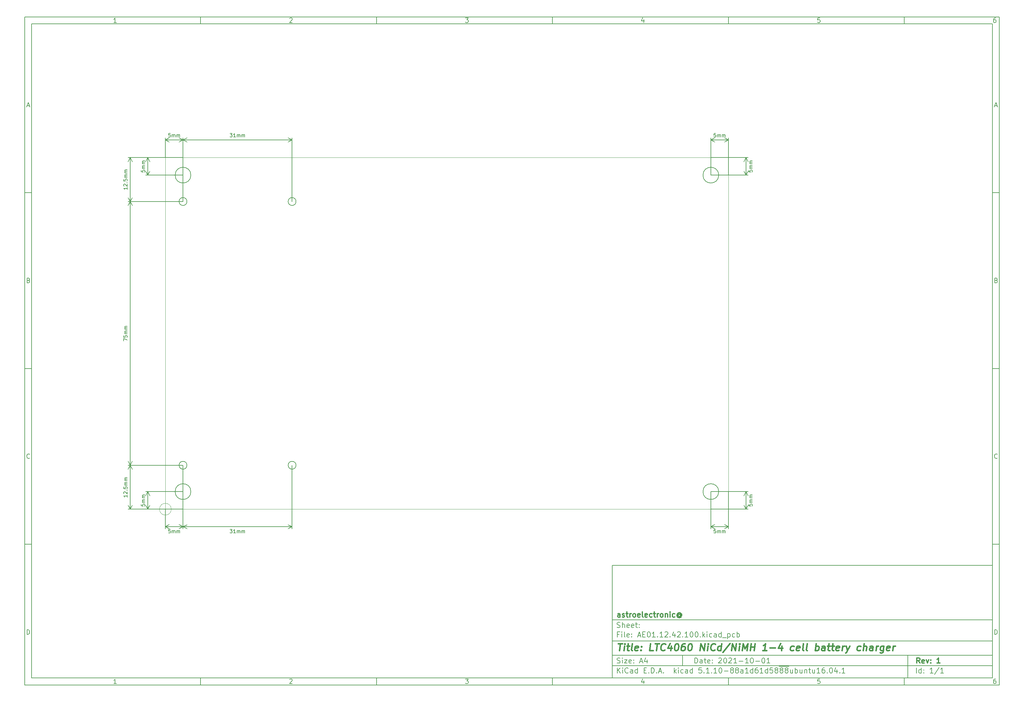
<source format=gbr>
%TF.GenerationSoftware,KiCad,Pcbnew,5.1.10-88a1d61d58~88~ubuntu16.04.1*%
%TF.CreationDate,2021-10-02T00:42:02+02:00*%
%TF.ProjectId,AE01.12.42.100,41453031-2e31-4322-9e34-322e3130302e,1*%
%TF.SameCoordinates,Original*%
%TF.FileFunction,Other,ECO1*%
%FSLAX46Y46*%
G04 Gerber Fmt 4.6, Leading zero omitted, Abs format (unit mm)*
G04 Created by KiCad (PCBNEW 5.1.10-88a1d61d58~88~ubuntu16.04.1) date 2021-10-02 00:42:02*
%MOMM*%
%LPD*%
G01*
G04 APERTURE LIST*
%ADD10C,0.100000*%
%ADD11C,0.150000*%
%ADD12C,0.300000*%
%ADD13C,0.400000*%
%TA.AperFunction,Profile*%
%ADD14C,0.050000*%
%TD*%
G04 APERTURE END LIST*
D10*
D11*
X177002200Y-166007200D02*
X177002200Y-198007200D01*
X285002200Y-198007200D01*
X285002200Y-166007200D01*
X177002200Y-166007200D01*
D10*
D11*
X10000000Y-10000000D02*
X10000000Y-200007200D01*
X287002200Y-200007200D01*
X287002200Y-10000000D01*
X10000000Y-10000000D01*
D10*
D11*
X12000000Y-12000000D02*
X12000000Y-198007200D01*
X285002200Y-198007200D01*
X285002200Y-12000000D01*
X12000000Y-12000000D01*
D10*
D11*
X60000000Y-12000000D02*
X60000000Y-10000000D01*
D10*
D11*
X110000000Y-12000000D02*
X110000000Y-10000000D01*
D10*
D11*
X160000000Y-12000000D02*
X160000000Y-10000000D01*
D10*
D11*
X210000000Y-12000000D02*
X210000000Y-10000000D01*
D10*
D11*
X260000000Y-12000000D02*
X260000000Y-10000000D01*
D10*
D11*
X36065476Y-11588095D02*
X35322619Y-11588095D01*
X35694047Y-11588095D02*
X35694047Y-10288095D01*
X35570238Y-10473809D01*
X35446428Y-10597619D01*
X35322619Y-10659523D01*
D10*
D11*
X85322619Y-10411904D02*
X85384523Y-10350000D01*
X85508333Y-10288095D01*
X85817857Y-10288095D01*
X85941666Y-10350000D01*
X86003571Y-10411904D01*
X86065476Y-10535714D01*
X86065476Y-10659523D01*
X86003571Y-10845238D01*
X85260714Y-11588095D01*
X86065476Y-11588095D01*
D10*
D11*
X135260714Y-10288095D02*
X136065476Y-10288095D01*
X135632142Y-10783333D01*
X135817857Y-10783333D01*
X135941666Y-10845238D01*
X136003571Y-10907142D01*
X136065476Y-11030952D01*
X136065476Y-11340476D01*
X136003571Y-11464285D01*
X135941666Y-11526190D01*
X135817857Y-11588095D01*
X135446428Y-11588095D01*
X135322619Y-11526190D01*
X135260714Y-11464285D01*
D10*
D11*
X185941666Y-10721428D02*
X185941666Y-11588095D01*
X185632142Y-10226190D02*
X185322619Y-11154761D01*
X186127380Y-11154761D01*
D10*
D11*
X236003571Y-10288095D02*
X235384523Y-10288095D01*
X235322619Y-10907142D01*
X235384523Y-10845238D01*
X235508333Y-10783333D01*
X235817857Y-10783333D01*
X235941666Y-10845238D01*
X236003571Y-10907142D01*
X236065476Y-11030952D01*
X236065476Y-11340476D01*
X236003571Y-11464285D01*
X235941666Y-11526190D01*
X235817857Y-11588095D01*
X235508333Y-11588095D01*
X235384523Y-11526190D01*
X235322619Y-11464285D01*
D10*
D11*
X285941666Y-10288095D02*
X285694047Y-10288095D01*
X285570238Y-10350000D01*
X285508333Y-10411904D01*
X285384523Y-10597619D01*
X285322619Y-10845238D01*
X285322619Y-11340476D01*
X285384523Y-11464285D01*
X285446428Y-11526190D01*
X285570238Y-11588095D01*
X285817857Y-11588095D01*
X285941666Y-11526190D01*
X286003571Y-11464285D01*
X286065476Y-11340476D01*
X286065476Y-11030952D01*
X286003571Y-10907142D01*
X285941666Y-10845238D01*
X285817857Y-10783333D01*
X285570238Y-10783333D01*
X285446428Y-10845238D01*
X285384523Y-10907142D01*
X285322619Y-11030952D01*
D10*
D11*
X60000000Y-198007200D02*
X60000000Y-200007200D01*
D10*
D11*
X110000000Y-198007200D02*
X110000000Y-200007200D01*
D10*
D11*
X160000000Y-198007200D02*
X160000000Y-200007200D01*
D10*
D11*
X210000000Y-198007200D02*
X210000000Y-200007200D01*
D10*
D11*
X260000000Y-198007200D02*
X260000000Y-200007200D01*
D10*
D11*
X36065476Y-199595295D02*
X35322619Y-199595295D01*
X35694047Y-199595295D02*
X35694047Y-198295295D01*
X35570238Y-198481009D01*
X35446428Y-198604819D01*
X35322619Y-198666723D01*
D10*
D11*
X85322619Y-198419104D02*
X85384523Y-198357200D01*
X85508333Y-198295295D01*
X85817857Y-198295295D01*
X85941666Y-198357200D01*
X86003571Y-198419104D01*
X86065476Y-198542914D01*
X86065476Y-198666723D01*
X86003571Y-198852438D01*
X85260714Y-199595295D01*
X86065476Y-199595295D01*
D10*
D11*
X135260714Y-198295295D02*
X136065476Y-198295295D01*
X135632142Y-198790533D01*
X135817857Y-198790533D01*
X135941666Y-198852438D01*
X136003571Y-198914342D01*
X136065476Y-199038152D01*
X136065476Y-199347676D01*
X136003571Y-199471485D01*
X135941666Y-199533390D01*
X135817857Y-199595295D01*
X135446428Y-199595295D01*
X135322619Y-199533390D01*
X135260714Y-199471485D01*
D10*
D11*
X185941666Y-198728628D02*
X185941666Y-199595295D01*
X185632142Y-198233390D02*
X185322619Y-199161961D01*
X186127380Y-199161961D01*
D10*
D11*
X236003571Y-198295295D02*
X235384523Y-198295295D01*
X235322619Y-198914342D01*
X235384523Y-198852438D01*
X235508333Y-198790533D01*
X235817857Y-198790533D01*
X235941666Y-198852438D01*
X236003571Y-198914342D01*
X236065476Y-199038152D01*
X236065476Y-199347676D01*
X236003571Y-199471485D01*
X235941666Y-199533390D01*
X235817857Y-199595295D01*
X235508333Y-199595295D01*
X235384523Y-199533390D01*
X235322619Y-199471485D01*
D10*
D11*
X285941666Y-198295295D02*
X285694047Y-198295295D01*
X285570238Y-198357200D01*
X285508333Y-198419104D01*
X285384523Y-198604819D01*
X285322619Y-198852438D01*
X285322619Y-199347676D01*
X285384523Y-199471485D01*
X285446428Y-199533390D01*
X285570238Y-199595295D01*
X285817857Y-199595295D01*
X285941666Y-199533390D01*
X286003571Y-199471485D01*
X286065476Y-199347676D01*
X286065476Y-199038152D01*
X286003571Y-198914342D01*
X285941666Y-198852438D01*
X285817857Y-198790533D01*
X285570238Y-198790533D01*
X285446428Y-198852438D01*
X285384523Y-198914342D01*
X285322619Y-199038152D01*
D10*
D11*
X10000000Y-60000000D02*
X12000000Y-60000000D01*
D10*
D11*
X10000000Y-110000000D02*
X12000000Y-110000000D01*
D10*
D11*
X10000000Y-160000000D02*
X12000000Y-160000000D01*
D10*
D11*
X10690476Y-35216666D02*
X11309523Y-35216666D01*
X10566666Y-35588095D02*
X11000000Y-34288095D01*
X11433333Y-35588095D01*
D10*
D11*
X11092857Y-84907142D02*
X11278571Y-84969047D01*
X11340476Y-85030952D01*
X11402380Y-85154761D01*
X11402380Y-85340476D01*
X11340476Y-85464285D01*
X11278571Y-85526190D01*
X11154761Y-85588095D01*
X10659523Y-85588095D01*
X10659523Y-84288095D01*
X11092857Y-84288095D01*
X11216666Y-84350000D01*
X11278571Y-84411904D01*
X11340476Y-84535714D01*
X11340476Y-84659523D01*
X11278571Y-84783333D01*
X11216666Y-84845238D01*
X11092857Y-84907142D01*
X10659523Y-84907142D01*
D10*
D11*
X11402380Y-135464285D02*
X11340476Y-135526190D01*
X11154761Y-135588095D01*
X11030952Y-135588095D01*
X10845238Y-135526190D01*
X10721428Y-135402380D01*
X10659523Y-135278571D01*
X10597619Y-135030952D01*
X10597619Y-134845238D01*
X10659523Y-134597619D01*
X10721428Y-134473809D01*
X10845238Y-134350000D01*
X11030952Y-134288095D01*
X11154761Y-134288095D01*
X11340476Y-134350000D01*
X11402380Y-134411904D01*
D10*
D11*
X10659523Y-185588095D02*
X10659523Y-184288095D01*
X10969047Y-184288095D01*
X11154761Y-184350000D01*
X11278571Y-184473809D01*
X11340476Y-184597619D01*
X11402380Y-184845238D01*
X11402380Y-185030952D01*
X11340476Y-185278571D01*
X11278571Y-185402380D01*
X11154761Y-185526190D01*
X10969047Y-185588095D01*
X10659523Y-185588095D01*
D10*
D11*
X287002200Y-60000000D02*
X285002200Y-60000000D01*
D10*
D11*
X287002200Y-110000000D02*
X285002200Y-110000000D01*
D10*
D11*
X287002200Y-160000000D02*
X285002200Y-160000000D01*
D10*
D11*
X285692676Y-35216666D02*
X286311723Y-35216666D01*
X285568866Y-35588095D02*
X286002200Y-34288095D01*
X286435533Y-35588095D01*
D10*
D11*
X286095057Y-84907142D02*
X286280771Y-84969047D01*
X286342676Y-85030952D01*
X286404580Y-85154761D01*
X286404580Y-85340476D01*
X286342676Y-85464285D01*
X286280771Y-85526190D01*
X286156961Y-85588095D01*
X285661723Y-85588095D01*
X285661723Y-84288095D01*
X286095057Y-84288095D01*
X286218866Y-84350000D01*
X286280771Y-84411904D01*
X286342676Y-84535714D01*
X286342676Y-84659523D01*
X286280771Y-84783333D01*
X286218866Y-84845238D01*
X286095057Y-84907142D01*
X285661723Y-84907142D01*
D10*
D11*
X286404580Y-135464285D02*
X286342676Y-135526190D01*
X286156961Y-135588095D01*
X286033152Y-135588095D01*
X285847438Y-135526190D01*
X285723628Y-135402380D01*
X285661723Y-135278571D01*
X285599819Y-135030952D01*
X285599819Y-134845238D01*
X285661723Y-134597619D01*
X285723628Y-134473809D01*
X285847438Y-134350000D01*
X286033152Y-134288095D01*
X286156961Y-134288095D01*
X286342676Y-134350000D01*
X286404580Y-134411904D01*
D10*
D11*
X285661723Y-185588095D02*
X285661723Y-184288095D01*
X285971247Y-184288095D01*
X286156961Y-184350000D01*
X286280771Y-184473809D01*
X286342676Y-184597619D01*
X286404580Y-184845238D01*
X286404580Y-185030952D01*
X286342676Y-185278571D01*
X286280771Y-185402380D01*
X286156961Y-185526190D01*
X285971247Y-185588095D01*
X285661723Y-185588095D01*
D10*
D11*
X200434342Y-193785771D02*
X200434342Y-192285771D01*
X200791485Y-192285771D01*
X201005771Y-192357200D01*
X201148628Y-192500057D01*
X201220057Y-192642914D01*
X201291485Y-192928628D01*
X201291485Y-193142914D01*
X201220057Y-193428628D01*
X201148628Y-193571485D01*
X201005771Y-193714342D01*
X200791485Y-193785771D01*
X200434342Y-193785771D01*
X202577200Y-193785771D02*
X202577200Y-193000057D01*
X202505771Y-192857200D01*
X202362914Y-192785771D01*
X202077200Y-192785771D01*
X201934342Y-192857200D01*
X202577200Y-193714342D02*
X202434342Y-193785771D01*
X202077200Y-193785771D01*
X201934342Y-193714342D01*
X201862914Y-193571485D01*
X201862914Y-193428628D01*
X201934342Y-193285771D01*
X202077200Y-193214342D01*
X202434342Y-193214342D01*
X202577200Y-193142914D01*
X203077200Y-192785771D02*
X203648628Y-192785771D01*
X203291485Y-192285771D02*
X203291485Y-193571485D01*
X203362914Y-193714342D01*
X203505771Y-193785771D01*
X203648628Y-193785771D01*
X204720057Y-193714342D02*
X204577200Y-193785771D01*
X204291485Y-193785771D01*
X204148628Y-193714342D01*
X204077200Y-193571485D01*
X204077200Y-193000057D01*
X204148628Y-192857200D01*
X204291485Y-192785771D01*
X204577200Y-192785771D01*
X204720057Y-192857200D01*
X204791485Y-193000057D01*
X204791485Y-193142914D01*
X204077200Y-193285771D01*
X205434342Y-193642914D02*
X205505771Y-193714342D01*
X205434342Y-193785771D01*
X205362914Y-193714342D01*
X205434342Y-193642914D01*
X205434342Y-193785771D01*
X205434342Y-192857200D02*
X205505771Y-192928628D01*
X205434342Y-193000057D01*
X205362914Y-192928628D01*
X205434342Y-192857200D01*
X205434342Y-193000057D01*
X207220057Y-192428628D02*
X207291485Y-192357200D01*
X207434342Y-192285771D01*
X207791485Y-192285771D01*
X207934342Y-192357200D01*
X208005771Y-192428628D01*
X208077200Y-192571485D01*
X208077200Y-192714342D01*
X208005771Y-192928628D01*
X207148628Y-193785771D01*
X208077200Y-193785771D01*
X209005771Y-192285771D02*
X209148628Y-192285771D01*
X209291485Y-192357200D01*
X209362914Y-192428628D01*
X209434342Y-192571485D01*
X209505771Y-192857200D01*
X209505771Y-193214342D01*
X209434342Y-193500057D01*
X209362914Y-193642914D01*
X209291485Y-193714342D01*
X209148628Y-193785771D01*
X209005771Y-193785771D01*
X208862914Y-193714342D01*
X208791485Y-193642914D01*
X208720057Y-193500057D01*
X208648628Y-193214342D01*
X208648628Y-192857200D01*
X208720057Y-192571485D01*
X208791485Y-192428628D01*
X208862914Y-192357200D01*
X209005771Y-192285771D01*
X210077200Y-192428628D02*
X210148628Y-192357200D01*
X210291485Y-192285771D01*
X210648628Y-192285771D01*
X210791485Y-192357200D01*
X210862914Y-192428628D01*
X210934342Y-192571485D01*
X210934342Y-192714342D01*
X210862914Y-192928628D01*
X210005771Y-193785771D01*
X210934342Y-193785771D01*
X212362914Y-193785771D02*
X211505771Y-193785771D01*
X211934342Y-193785771D02*
X211934342Y-192285771D01*
X211791485Y-192500057D01*
X211648628Y-192642914D01*
X211505771Y-192714342D01*
X213005771Y-193214342D02*
X214148628Y-193214342D01*
X215648628Y-193785771D02*
X214791485Y-193785771D01*
X215220057Y-193785771D02*
X215220057Y-192285771D01*
X215077200Y-192500057D01*
X214934342Y-192642914D01*
X214791485Y-192714342D01*
X216577200Y-192285771D02*
X216720057Y-192285771D01*
X216862914Y-192357200D01*
X216934342Y-192428628D01*
X217005771Y-192571485D01*
X217077200Y-192857200D01*
X217077200Y-193214342D01*
X217005771Y-193500057D01*
X216934342Y-193642914D01*
X216862914Y-193714342D01*
X216720057Y-193785771D01*
X216577200Y-193785771D01*
X216434342Y-193714342D01*
X216362914Y-193642914D01*
X216291485Y-193500057D01*
X216220057Y-193214342D01*
X216220057Y-192857200D01*
X216291485Y-192571485D01*
X216362914Y-192428628D01*
X216434342Y-192357200D01*
X216577200Y-192285771D01*
X217720057Y-193214342D02*
X218862914Y-193214342D01*
X219862914Y-192285771D02*
X220005771Y-192285771D01*
X220148628Y-192357200D01*
X220220057Y-192428628D01*
X220291485Y-192571485D01*
X220362914Y-192857200D01*
X220362914Y-193214342D01*
X220291485Y-193500057D01*
X220220057Y-193642914D01*
X220148628Y-193714342D01*
X220005771Y-193785771D01*
X219862914Y-193785771D01*
X219720057Y-193714342D01*
X219648628Y-193642914D01*
X219577200Y-193500057D01*
X219505771Y-193214342D01*
X219505771Y-192857200D01*
X219577200Y-192571485D01*
X219648628Y-192428628D01*
X219720057Y-192357200D01*
X219862914Y-192285771D01*
X221791485Y-193785771D02*
X220934342Y-193785771D01*
X221362914Y-193785771D02*
X221362914Y-192285771D01*
X221220057Y-192500057D01*
X221077200Y-192642914D01*
X220934342Y-192714342D01*
D10*
D11*
X177002200Y-194507200D02*
X285002200Y-194507200D01*
D10*
D11*
X178434342Y-196585771D02*
X178434342Y-195085771D01*
X179291485Y-196585771D02*
X178648628Y-195728628D01*
X179291485Y-195085771D02*
X178434342Y-195942914D01*
X179934342Y-196585771D02*
X179934342Y-195585771D01*
X179934342Y-195085771D02*
X179862914Y-195157200D01*
X179934342Y-195228628D01*
X180005771Y-195157200D01*
X179934342Y-195085771D01*
X179934342Y-195228628D01*
X181505771Y-196442914D02*
X181434342Y-196514342D01*
X181220057Y-196585771D01*
X181077200Y-196585771D01*
X180862914Y-196514342D01*
X180720057Y-196371485D01*
X180648628Y-196228628D01*
X180577200Y-195942914D01*
X180577200Y-195728628D01*
X180648628Y-195442914D01*
X180720057Y-195300057D01*
X180862914Y-195157200D01*
X181077200Y-195085771D01*
X181220057Y-195085771D01*
X181434342Y-195157200D01*
X181505771Y-195228628D01*
X182791485Y-196585771D02*
X182791485Y-195800057D01*
X182720057Y-195657200D01*
X182577200Y-195585771D01*
X182291485Y-195585771D01*
X182148628Y-195657200D01*
X182791485Y-196514342D02*
X182648628Y-196585771D01*
X182291485Y-196585771D01*
X182148628Y-196514342D01*
X182077200Y-196371485D01*
X182077200Y-196228628D01*
X182148628Y-196085771D01*
X182291485Y-196014342D01*
X182648628Y-196014342D01*
X182791485Y-195942914D01*
X184148628Y-196585771D02*
X184148628Y-195085771D01*
X184148628Y-196514342D02*
X184005771Y-196585771D01*
X183720057Y-196585771D01*
X183577200Y-196514342D01*
X183505771Y-196442914D01*
X183434342Y-196300057D01*
X183434342Y-195871485D01*
X183505771Y-195728628D01*
X183577200Y-195657200D01*
X183720057Y-195585771D01*
X184005771Y-195585771D01*
X184148628Y-195657200D01*
X186005771Y-195800057D02*
X186505771Y-195800057D01*
X186720057Y-196585771D02*
X186005771Y-196585771D01*
X186005771Y-195085771D01*
X186720057Y-195085771D01*
X187362914Y-196442914D02*
X187434342Y-196514342D01*
X187362914Y-196585771D01*
X187291485Y-196514342D01*
X187362914Y-196442914D01*
X187362914Y-196585771D01*
X188077200Y-196585771D02*
X188077200Y-195085771D01*
X188434342Y-195085771D01*
X188648628Y-195157200D01*
X188791485Y-195300057D01*
X188862914Y-195442914D01*
X188934342Y-195728628D01*
X188934342Y-195942914D01*
X188862914Y-196228628D01*
X188791485Y-196371485D01*
X188648628Y-196514342D01*
X188434342Y-196585771D01*
X188077200Y-196585771D01*
X189577200Y-196442914D02*
X189648628Y-196514342D01*
X189577200Y-196585771D01*
X189505771Y-196514342D01*
X189577200Y-196442914D01*
X189577200Y-196585771D01*
X190220057Y-196157200D02*
X190934342Y-196157200D01*
X190077200Y-196585771D02*
X190577200Y-195085771D01*
X191077200Y-196585771D01*
X191577200Y-196442914D02*
X191648628Y-196514342D01*
X191577200Y-196585771D01*
X191505771Y-196514342D01*
X191577200Y-196442914D01*
X191577200Y-196585771D01*
X194577200Y-196585771D02*
X194577200Y-195085771D01*
X194720057Y-196014342D02*
X195148628Y-196585771D01*
X195148628Y-195585771D02*
X194577200Y-196157200D01*
X195791485Y-196585771D02*
X195791485Y-195585771D01*
X195791485Y-195085771D02*
X195720057Y-195157200D01*
X195791485Y-195228628D01*
X195862914Y-195157200D01*
X195791485Y-195085771D01*
X195791485Y-195228628D01*
X197148628Y-196514342D02*
X197005771Y-196585771D01*
X196720057Y-196585771D01*
X196577200Y-196514342D01*
X196505771Y-196442914D01*
X196434342Y-196300057D01*
X196434342Y-195871485D01*
X196505771Y-195728628D01*
X196577200Y-195657200D01*
X196720057Y-195585771D01*
X197005771Y-195585771D01*
X197148628Y-195657200D01*
X198434342Y-196585771D02*
X198434342Y-195800057D01*
X198362914Y-195657200D01*
X198220057Y-195585771D01*
X197934342Y-195585771D01*
X197791485Y-195657200D01*
X198434342Y-196514342D02*
X198291485Y-196585771D01*
X197934342Y-196585771D01*
X197791485Y-196514342D01*
X197720057Y-196371485D01*
X197720057Y-196228628D01*
X197791485Y-196085771D01*
X197934342Y-196014342D01*
X198291485Y-196014342D01*
X198434342Y-195942914D01*
X199791485Y-196585771D02*
X199791485Y-195085771D01*
X199791485Y-196514342D02*
X199648628Y-196585771D01*
X199362914Y-196585771D01*
X199220057Y-196514342D01*
X199148628Y-196442914D01*
X199077200Y-196300057D01*
X199077200Y-195871485D01*
X199148628Y-195728628D01*
X199220057Y-195657200D01*
X199362914Y-195585771D01*
X199648628Y-195585771D01*
X199791485Y-195657200D01*
X202362914Y-195085771D02*
X201648628Y-195085771D01*
X201577200Y-195800057D01*
X201648628Y-195728628D01*
X201791485Y-195657200D01*
X202148628Y-195657200D01*
X202291485Y-195728628D01*
X202362914Y-195800057D01*
X202434342Y-195942914D01*
X202434342Y-196300057D01*
X202362914Y-196442914D01*
X202291485Y-196514342D01*
X202148628Y-196585771D01*
X201791485Y-196585771D01*
X201648628Y-196514342D01*
X201577200Y-196442914D01*
X203077200Y-196442914D02*
X203148628Y-196514342D01*
X203077200Y-196585771D01*
X203005771Y-196514342D01*
X203077200Y-196442914D01*
X203077200Y-196585771D01*
X204577200Y-196585771D02*
X203720057Y-196585771D01*
X204148628Y-196585771D02*
X204148628Y-195085771D01*
X204005771Y-195300057D01*
X203862914Y-195442914D01*
X203720057Y-195514342D01*
X205220057Y-196442914D02*
X205291485Y-196514342D01*
X205220057Y-196585771D01*
X205148628Y-196514342D01*
X205220057Y-196442914D01*
X205220057Y-196585771D01*
X206720057Y-196585771D02*
X205862914Y-196585771D01*
X206291485Y-196585771D02*
X206291485Y-195085771D01*
X206148628Y-195300057D01*
X206005771Y-195442914D01*
X205862914Y-195514342D01*
X207648628Y-195085771D02*
X207791485Y-195085771D01*
X207934342Y-195157200D01*
X208005771Y-195228628D01*
X208077200Y-195371485D01*
X208148628Y-195657200D01*
X208148628Y-196014342D01*
X208077200Y-196300057D01*
X208005771Y-196442914D01*
X207934342Y-196514342D01*
X207791485Y-196585771D01*
X207648628Y-196585771D01*
X207505771Y-196514342D01*
X207434342Y-196442914D01*
X207362914Y-196300057D01*
X207291485Y-196014342D01*
X207291485Y-195657200D01*
X207362914Y-195371485D01*
X207434342Y-195228628D01*
X207505771Y-195157200D01*
X207648628Y-195085771D01*
X208791485Y-196014342D02*
X209934342Y-196014342D01*
X210862914Y-195728628D02*
X210720057Y-195657200D01*
X210648628Y-195585771D01*
X210577200Y-195442914D01*
X210577200Y-195371485D01*
X210648628Y-195228628D01*
X210720057Y-195157200D01*
X210862914Y-195085771D01*
X211148628Y-195085771D01*
X211291485Y-195157200D01*
X211362914Y-195228628D01*
X211434342Y-195371485D01*
X211434342Y-195442914D01*
X211362914Y-195585771D01*
X211291485Y-195657200D01*
X211148628Y-195728628D01*
X210862914Y-195728628D01*
X210720057Y-195800057D01*
X210648628Y-195871485D01*
X210577200Y-196014342D01*
X210577200Y-196300057D01*
X210648628Y-196442914D01*
X210720057Y-196514342D01*
X210862914Y-196585771D01*
X211148628Y-196585771D01*
X211291485Y-196514342D01*
X211362914Y-196442914D01*
X211434342Y-196300057D01*
X211434342Y-196014342D01*
X211362914Y-195871485D01*
X211291485Y-195800057D01*
X211148628Y-195728628D01*
X212291485Y-195728628D02*
X212148628Y-195657200D01*
X212077200Y-195585771D01*
X212005771Y-195442914D01*
X212005771Y-195371485D01*
X212077200Y-195228628D01*
X212148628Y-195157200D01*
X212291485Y-195085771D01*
X212577200Y-195085771D01*
X212720057Y-195157200D01*
X212791485Y-195228628D01*
X212862914Y-195371485D01*
X212862914Y-195442914D01*
X212791485Y-195585771D01*
X212720057Y-195657200D01*
X212577200Y-195728628D01*
X212291485Y-195728628D01*
X212148628Y-195800057D01*
X212077200Y-195871485D01*
X212005771Y-196014342D01*
X212005771Y-196300057D01*
X212077200Y-196442914D01*
X212148628Y-196514342D01*
X212291485Y-196585771D01*
X212577200Y-196585771D01*
X212720057Y-196514342D01*
X212791485Y-196442914D01*
X212862914Y-196300057D01*
X212862914Y-196014342D01*
X212791485Y-195871485D01*
X212720057Y-195800057D01*
X212577200Y-195728628D01*
X214148628Y-196585771D02*
X214148628Y-195800057D01*
X214077200Y-195657200D01*
X213934342Y-195585771D01*
X213648628Y-195585771D01*
X213505771Y-195657200D01*
X214148628Y-196514342D02*
X214005771Y-196585771D01*
X213648628Y-196585771D01*
X213505771Y-196514342D01*
X213434342Y-196371485D01*
X213434342Y-196228628D01*
X213505771Y-196085771D01*
X213648628Y-196014342D01*
X214005771Y-196014342D01*
X214148628Y-195942914D01*
X215648628Y-196585771D02*
X214791485Y-196585771D01*
X215220057Y-196585771D02*
X215220057Y-195085771D01*
X215077200Y-195300057D01*
X214934342Y-195442914D01*
X214791485Y-195514342D01*
X216934342Y-196585771D02*
X216934342Y-195085771D01*
X216934342Y-196514342D02*
X216791485Y-196585771D01*
X216505771Y-196585771D01*
X216362914Y-196514342D01*
X216291485Y-196442914D01*
X216220057Y-196300057D01*
X216220057Y-195871485D01*
X216291485Y-195728628D01*
X216362914Y-195657200D01*
X216505771Y-195585771D01*
X216791485Y-195585771D01*
X216934342Y-195657200D01*
X218291485Y-195085771D02*
X218005771Y-195085771D01*
X217862914Y-195157200D01*
X217791485Y-195228628D01*
X217648628Y-195442914D01*
X217577200Y-195728628D01*
X217577200Y-196300057D01*
X217648628Y-196442914D01*
X217720057Y-196514342D01*
X217862914Y-196585771D01*
X218148628Y-196585771D01*
X218291485Y-196514342D01*
X218362914Y-196442914D01*
X218434342Y-196300057D01*
X218434342Y-195942914D01*
X218362914Y-195800057D01*
X218291485Y-195728628D01*
X218148628Y-195657200D01*
X217862914Y-195657200D01*
X217720057Y-195728628D01*
X217648628Y-195800057D01*
X217577200Y-195942914D01*
X219862914Y-196585771D02*
X219005771Y-196585771D01*
X219434342Y-196585771D02*
X219434342Y-195085771D01*
X219291485Y-195300057D01*
X219148628Y-195442914D01*
X219005771Y-195514342D01*
X221148628Y-196585771D02*
X221148628Y-195085771D01*
X221148628Y-196514342D02*
X221005771Y-196585771D01*
X220720057Y-196585771D01*
X220577200Y-196514342D01*
X220505771Y-196442914D01*
X220434342Y-196300057D01*
X220434342Y-195871485D01*
X220505771Y-195728628D01*
X220577200Y-195657200D01*
X220720057Y-195585771D01*
X221005771Y-195585771D01*
X221148628Y-195657200D01*
X222577200Y-195085771D02*
X221862914Y-195085771D01*
X221791485Y-195800057D01*
X221862914Y-195728628D01*
X222005771Y-195657200D01*
X222362914Y-195657200D01*
X222505771Y-195728628D01*
X222577200Y-195800057D01*
X222648628Y-195942914D01*
X222648628Y-196300057D01*
X222577200Y-196442914D01*
X222505771Y-196514342D01*
X222362914Y-196585771D01*
X222005771Y-196585771D01*
X221862914Y-196514342D01*
X221791485Y-196442914D01*
X223505771Y-195728628D02*
X223362914Y-195657200D01*
X223291485Y-195585771D01*
X223220057Y-195442914D01*
X223220057Y-195371485D01*
X223291485Y-195228628D01*
X223362914Y-195157200D01*
X223505771Y-195085771D01*
X223791485Y-195085771D01*
X223934342Y-195157200D01*
X224005771Y-195228628D01*
X224077200Y-195371485D01*
X224077200Y-195442914D01*
X224005771Y-195585771D01*
X223934342Y-195657200D01*
X223791485Y-195728628D01*
X223505771Y-195728628D01*
X223362914Y-195800057D01*
X223291485Y-195871485D01*
X223220057Y-196014342D01*
X223220057Y-196300057D01*
X223291485Y-196442914D01*
X223362914Y-196514342D01*
X223505771Y-196585771D01*
X223791485Y-196585771D01*
X223934342Y-196514342D01*
X224005771Y-196442914D01*
X224077200Y-196300057D01*
X224077200Y-196014342D01*
X224005771Y-195871485D01*
X223934342Y-195800057D01*
X223791485Y-195728628D01*
X224362914Y-194677200D02*
X225791485Y-194677200D01*
X224934342Y-195728628D02*
X224791485Y-195657200D01*
X224720057Y-195585771D01*
X224648628Y-195442914D01*
X224648628Y-195371485D01*
X224720057Y-195228628D01*
X224791485Y-195157200D01*
X224934342Y-195085771D01*
X225220057Y-195085771D01*
X225362914Y-195157200D01*
X225434342Y-195228628D01*
X225505771Y-195371485D01*
X225505771Y-195442914D01*
X225434342Y-195585771D01*
X225362914Y-195657200D01*
X225220057Y-195728628D01*
X224934342Y-195728628D01*
X224791485Y-195800057D01*
X224720057Y-195871485D01*
X224648628Y-196014342D01*
X224648628Y-196300057D01*
X224720057Y-196442914D01*
X224791485Y-196514342D01*
X224934342Y-196585771D01*
X225220057Y-196585771D01*
X225362914Y-196514342D01*
X225434342Y-196442914D01*
X225505771Y-196300057D01*
X225505771Y-196014342D01*
X225434342Y-195871485D01*
X225362914Y-195800057D01*
X225220057Y-195728628D01*
X225791485Y-194677200D02*
X227220057Y-194677200D01*
X226362914Y-195728628D02*
X226220057Y-195657200D01*
X226148628Y-195585771D01*
X226077199Y-195442914D01*
X226077199Y-195371485D01*
X226148628Y-195228628D01*
X226220057Y-195157200D01*
X226362914Y-195085771D01*
X226648628Y-195085771D01*
X226791485Y-195157200D01*
X226862914Y-195228628D01*
X226934342Y-195371485D01*
X226934342Y-195442914D01*
X226862914Y-195585771D01*
X226791485Y-195657200D01*
X226648628Y-195728628D01*
X226362914Y-195728628D01*
X226220057Y-195800057D01*
X226148628Y-195871485D01*
X226077199Y-196014342D01*
X226077199Y-196300057D01*
X226148628Y-196442914D01*
X226220057Y-196514342D01*
X226362914Y-196585771D01*
X226648628Y-196585771D01*
X226791485Y-196514342D01*
X226862914Y-196442914D01*
X226934342Y-196300057D01*
X226934342Y-196014342D01*
X226862914Y-195871485D01*
X226791485Y-195800057D01*
X226648628Y-195728628D01*
X228220057Y-195585771D02*
X228220057Y-196585771D01*
X227577199Y-195585771D02*
X227577199Y-196371485D01*
X227648628Y-196514342D01*
X227791485Y-196585771D01*
X228005771Y-196585771D01*
X228148628Y-196514342D01*
X228220057Y-196442914D01*
X228934342Y-196585771D02*
X228934342Y-195085771D01*
X228934342Y-195657200D02*
X229077199Y-195585771D01*
X229362914Y-195585771D01*
X229505771Y-195657200D01*
X229577199Y-195728628D01*
X229648628Y-195871485D01*
X229648628Y-196300057D01*
X229577199Y-196442914D01*
X229505771Y-196514342D01*
X229362914Y-196585771D01*
X229077199Y-196585771D01*
X228934342Y-196514342D01*
X230934342Y-195585771D02*
X230934342Y-196585771D01*
X230291485Y-195585771D02*
X230291485Y-196371485D01*
X230362914Y-196514342D01*
X230505771Y-196585771D01*
X230720057Y-196585771D01*
X230862914Y-196514342D01*
X230934342Y-196442914D01*
X231648628Y-195585771D02*
X231648628Y-196585771D01*
X231648628Y-195728628D02*
X231720057Y-195657200D01*
X231862914Y-195585771D01*
X232077199Y-195585771D01*
X232220057Y-195657200D01*
X232291485Y-195800057D01*
X232291485Y-196585771D01*
X232791485Y-195585771D02*
X233362914Y-195585771D01*
X233005771Y-195085771D02*
X233005771Y-196371485D01*
X233077199Y-196514342D01*
X233220057Y-196585771D01*
X233362914Y-196585771D01*
X234505771Y-195585771D02*
X234505771Y-196585771D01*
X233862914Y-195585771D02*
X233862914Y-196371485D01*
X233934342Y-196514342D01*
X234077200Y-196585771D01*
X234291485Y-196585771D01*
X234434342Y-196514342D01*
X234505771Y-196442914D01*
X236005771Y-196585771D02*
X235148628Y-196585771D01*
X235577200Y-196585771D02*
X235577200Y-195085771D01*
X235434342Y-195300057D01*
X235291485Y-195442914D01*
X235148628Y-195514342D01*
X237291485Y-195085771D02*
X237005771Y-195085771D01*
X236862914Y-195157200D01*
X236791485Y-195228628D01*
X236648628Y-195442914D01*
X236577199Y-195728628D01*
X236577199Y-196300057D01*
X236648628Y-196442914D01*
X236720057Y-196514342D01*
X236862914Y-196585771D01*
X237148628Y-196585771D01*
X237291485Y-196514342D01*
X237362914Y-196442914D01*
X237434342Y-196300057D01*
X237434342Y-195942914D01*
X237362914Y-195800057D01*
X237291485Y-195728628D01*
X237148628Y-195657200D01*
X236862914Y-195657200D01*
X236720057Y-195728628D01*
X236648628Y-195800057D01*
X236577199Y-195942914D01*
X238077199Y-196442914D02*
X238148628Y-196514342D01*
X238077199Y-196585771D01*
X238005771Y-196514342D01*
X238077199Y-196442914D01*
X238077199Y-196585771D01*
X239077199Y-195085771D02*
X239220057Y-195085771D01*
X239362914Y-195157200D01*
X239434342Y-195228628D01*
X239505771Y-195371485D01*
X239577199Y-195657200D01*
X239577199Y-196014342D01*
X239505771Y-196300057D01*
X239434342Y-196442914D01*
X239362914Y-196514342D01*
X239220057Y-196585771D01*
X239077199Y-196585771D01*
X238934342Y-196514342D01*
X238862914Y-196442914D01*
X238791485Y-196300057D01*
X238720057Y-196014342D01*
X238720057Y-195657200D01*
X238791485Y-195371485D01*
X238862914Y-195228628D01*
X238934342Y-195157200D01*
X239077199Y-195085771D01*
X240862914Y-195585771D02*
X240862914Y-196585771D01*
X240505771Y-195014342D02*
X240148628Y-196085771D01*
X241077199Y-196085771D01*
X241648628Y-196442914D02*
X241720057Y-196514342D01*
X241648628Y-196585771D01*
X241577199Y-196514342D01*
X241648628Y-196442914D01*
X241648628Y-196585771D01*
X243148628Y-196585771D02*
X242291485Y-196585771D01*
X242720057Y-196585771D02*
X242720057Y-195085771D01*
X242577199Y-195300057D01*
X242434342Y-195442914D01*
X242291485Y-195514342D01*
D10*
D11*
X177002200Y-191507200D02*
X285002200Y-191507200D01*
D10*
D12*
X264411485Y-193785771D02*
X263911485Y-193071485D01*
X263554342Y-193785771D02*
X263554342Y-192285771D01*
X264125771Y-192285771D01*
X264268628Y-192357200D01*
X264340057Y-192428628D01*
X264411485Y-192571485D01*
X264411485Y-192785771D01*
X264340057Y-192928628D01*
X264268628Y-193000057D01*
X264125771Y-193071485D01*
X263554342Y-193071485D01*
X265625771Y-193714342D02*
X265482914Y-193785771D01*
X265197200Y-193785771D01*
X265054342Y-193714342D01*
X264982914Y-193571485D01*
X264982914Y-193000057D01*
X265054342Y-192857200D01*
X265197200Y-192785771D01*
X265482914Y-192785771D01*
X265625771Y-192857200D01*
X265697200Y-193000057D01*
X265697200Y-193142914D01*
X264982914Y-193285771D01*
X266197200Y-192785771D02*
X266554342Y-193785771D01*
X266911485Y-192785771D01*
X267482914Y-193642914D02*
X267554342Y-193714342D01*
X267482914Y-193785771D01*
X267411485Y-193714342D01*
X267482914Y-193642914D01*
X267482914Y-193785771D01*
X267482914Y-192857200D02*
X267554342Y-192928628D01*
X267482914Y-193000057D01*
X267411485Y-192928628D01*
X267482914Y-192857200D01*
X267482914Y-193000057D01*
X270125771Y-193785771D02*
X269268628Y-193785771D01*
X269697200Y-193785771D02*
X269697200Y-192285771D01*
X269554342Y-192500057D01*
X269411485Y-192642914D01*
X269268628Y-192714342D01*
D10*
D11*
X178362914Y-193714342D02*
X178577200Y-193785771D01*
X178934342Y-193785771D01*
X179077200Y-193714342D01*
X179148628Y-193642914D01*
X179220057Y-193500057D01*
X179220057Y-193357200D01*
X179148628Y-193214342D01*
X179077200Y-193142914D01*
X178934342Y-193071485D01*
X178648628Y-193000057D01*
X178505771Y-192928628D01*
X178434342Y-192857200D01*
X178362914Y-192714342D01*
X178362914Y-192571485D01*
X178434342Y-192428628D01*
X178505771Y-192357200D01*
X178648628Y-192285771D01*
X179005771Y-192285771D01*
X179220057Y-192357200D01*
X179862914Y-193785771D02*
X179862914Y-192785771D01*
X179862914Y-192285771D02*
X179791485Y-192357200D01*
X179862914Y-192428628D01*
X179934342Y-192357200D01*
X179862914Y-192285771D01*
X179862914Y-192428628D01*
X180434342Y-192785771D02*
X181220057Y-192785771D01*
X180434342Y-193785771D01*
X181220057Y-193785771D01*
X182362914Y-193714342D02*
X182220057Y-193785771D01*
X181934342Y-193785771D01*
X181791485Y-193714342D01*
X181720057Y-193571485D01*
X181720057Y-193000057D01*
X181791485Y-192857200D01*
X181934342Y-192785771D01*
X182220057Y-192785771D01*
X182362914Y-192857200D01*
X182434342Y-193000057D01*
X182434342Y-193142914D01*
X181720057Y-193285771D01*
X183077200Y-193642914D02*
X183148628Y-193714342D01*
X183077200Y-193785771D01*
X183005771Y-193714342D01*
X183077200Y-193642914D01*
X183077200Y-193785771D01*
X183077200Y-192857200D02*
X183148628Y-192928628D01*
X183077200Y-193000057D01*
X183005771Y-192928628D01*
X183077200Y-192857200D01*
X183077200Y-193000057D01*
X184862914Y-193357200D02*
X185577200Y-193357200D01*
X184720057Y-193785771D02*
X185220057Y-192285771D01*
X185720057Y-193785771D01*
X186862914Y-192785771D02*
X186862914Y-193785771D01*
X186505771Y-192214342D02*
X186148628Y-193285771D01*
X187077200Y-193285771D01*
D10*
D11*
X263434342Y-196585771D02*
X263434342Y-195085771D01*
X264791485Y-196585771D02*
X264791485Y-195085771D01*
X264791485Y-196514342D02*
X264648628Y-196585771D01*
X264362914Y-196585771D01*
X264220057Y-196514342D01*
X264148628Y-196442914D01*
X264077200Y-196300057D01*
X264077200Y-195871485D01*
X264148628Y-195728628D01*
X264220057Y-195657200D01*
X264362914Y-195585771D01*
X264648628Y-195585771D01*
X264791485Y-195657200D01*
X265505771Y-196442914D02*
X265577200Y-196514342D01*
X265505771Y-196585771D01*
X265434342Y-196514342D01*
X265505771Y-196442914D01*
X265505771Y-196585771D01*
X265505771Y-195657200D02*
X265577200Y-195728628D01*
X265505771Y-195800057D01*
X265434342Y-195728628D01*
X265505771Y-195657200D01*
X265505771Y-195800057D01*
X268148628Y-196585771D02*
X267291485Y-196585771D01*
X267720057Y-196585771D02*
X267720057Y-195085771D01*
X267577200Y-195300057D01*
X267434342Y-195442914D01*
X267291485Y-195514342D01*
X269862914Y-195014342D02*
X268577200Y-196942914D01*
X271148628Y-196585771D02*
X270291485Y-196585771D01*
X270720057Y-196585771D02*
X270720057Y-195085771D01*
X270577200Y-195300057D01*
X270434342Y-195442914D01*
X270291485Y-195514342D01*
D10*
D11*
X177002200Y-187507200D02*
X285002200Y-187507200D01*
D10*
D13*
X178714580Y-188211961D02*
X179857438Y-188211961D01*
X179036009Y-190211961D02*
X179286009Y-188211961D01*
X180274104Y-190211961D02*
X180440771Y-188878628D01*
X180524104Y-188211961D02*
X180416961Y-188307200D01*
X180500295Y-188402438D01*
X180607438Y-188307200D01*
X180524104Y-188211961D01*
X180500295Y-188402438D01*
X181107438Y-188878628D02*
X181869342Y-188878628D01*
X181476485Y-188211961D02*
X181262200Y-189926247D01*
X181333628Y-190116723D01*
X181512200Y-190211961D01*
X181702676Y-190211961D01*
X182655057Y-190211961D02*
X182476485Y-190116723D01*
X182405057Y-189926247D01*
X182619342Y-188211961D01*
X184190771Y-190116723D02*
X183988390Y-190211961D01*
X183607438Y-190211961D01*
X183428866Y-190116723D01*
X183357438Y-189926247D01*
X183452676Y-189164342D01*
X183571723Y-188973866D01*
X183774104Y-188878628D01*
X184155057Y-188878628D01*
X184333628Y-188973866D01*
X184405057Y-189164342D01*
X184381247Y-189354819D01*
X183405057Y-189545295D01*
X185155057Y-190021485D02*
X185238390Y-190116723D01*
X185131247Y-190211961D01*
X185047914Y-190116723D01*
X185155057Y-190021485D01*
X185131247Y-190211961D01*
X185286009Y-188973866D02*
X185369342Y-189069104D01*
X185262200Y-189164342D01*
X185178866Y-189069104D01*
X185286009Y-188973866D01*
X185262200Y-189164342D01*
X188559819Y-190211961D02*
X187607438Y-190211961D01*
X187857438Y-188211961D01*
X189190771Y-188211961D02*
X190333628Y-188211961D01*
X189512200Y-190211961D02*
X189762200Y-188211961D01*
X191916961Y-190021485D02*
X191809819Y-190116723D01*
X191512200Y-190211961D01*
X191321723Y-190211961D01*
X191047914Y-190116723D01*
X190881247Y-189926247D01*
X190809819Y-189735771D01*
X190762200Y-189354819D01*
X190797914Y-189069104D01*
X190940771Y-188688152D01*
X191059819Y-188497676D01*
X191274104Y-188307200D01*
X191571723Y-188211961D01*
X191762200Y-188211961D01*
X192036009Y-188307200D01*
X192119342Y-188402438D01*
X193774104Y-188878628D02*
X193607438Y-190211961D01*
X193393152Y-188116723D02*
X192738390Y-189545295D01*
X193976485Y-189545295D01*
X195286009Y-188211961D02*
X195476485Y-188211961D01*
X195655057Y-188307200D01*
X195738390Y-188402438D01*
X195809819Y-188592914D01*
X195857438Y-188973866D01*
X195797914Y-189450057D01*
X195655057Y-189831009D01*
X195536009Y-190021485D01*
X195428866Y-190116723D01*
X195226485Y-190211961D01*
X195036009Y-190211961D01*
X194857438Y-190116723D01*
X194774104Y-190021485D01*
X194702676Y-189831009D01*
X194655057Y-189450057D01*
X194714580Y-188973866D01*
X194857438Y-188592914D01*
X194976485Y-188402438D01*
X195083628Y-188307200D01*
X195286009Y-188211961D01*
X197666961Y-188211961D02*
X197286009Y-188211961D01*
X197083628Y-188307200D01*
X196976485Y-188402438D01*
X196750295Y-188688152D01*
X196607438Y-189069104D01*
X196512200Y-189831009D01*
X196583628Y-190021485D01*
X196666961Y-190116723D01*
X196845533Y-190211961D01*
X197226485Y-190211961D01*
X197428866Y-190116723D01*
X197536009Y-190021485D01*
X197655057Y-189831009D01*
X197714580Y-189354819D01*
X197643152Y-189164342D01*
X197559819Y-189069104D01*
X197381247Y-188973866D01*
X197000295Y-188973866D01*
X196797914Y-189069104D01*
X196690771Y-189164342D01*
X196571723Y-189354819D01*
X199095533Y-188211961D02*
X199286009Y-188211961D01*
X199464580Y-188307200D01*
X199547914Y-188402438D01*
X199619342Y-188592914D01*
X199666961Y-188973866D01*
X199607438Y-189450057D01*
X199464580Y-189831009D01*
X199345533Y-190021485D01*
X199238390Y-190116723D01*
X199036009Y-190211961D01*
X198845533Y-190211961D01*
X198666961Y-190116723D01*
X198583628Y-190021485D01*
X198512200Y-189831009D01*
X198464580Y-189450057D01*
X198524104Y-188973866D01*
X198666961Y-188592914D01*
X198786009Y-188402438D01*
X198893152Y-188307200D01*
X199095533Y-188211961D01*
X201893152Y-190211961D02*
X202143152Y-188211961D01*
X203036009Y-190211961D01*
X203286009Y-188211961D01*
X203988390Y-190211961D02*
X204155057Y-188878628D01*
X204238390Y-188211961D02*
X204131247Y-188307200D01*
X204214580Y-188402438D01*
X204321723Y-188307200D01*
X204238390Y-188211961D01*
X204214580Y-188402438D01*
X206107438Y-190021485D02*
X206000295Y-190116723D01*
X205702676Y-190211961D01*
X205512200Y-190211961D01*
X205238390Y-190116723D01*
X205071723Y-189926247D01*
X205000295Y-189735771D01*
X204952676Y-189354819D01*
X204988390Y-189069104D01*
X205131247Y-188688152D01*
X205250295Y-188497676D01*
X205464580Y-188307200D01*
X205762200Y-188211961D01*
X205952676Y-188211961D01*
X206226485Y-188307200D01*
X206309819Y-188402438D01*
X207797914Y-190211961D02*
X208047914Y-188211961D01*
X207809819Y-190116723D02*
X207607438Y-190211961D01*
X207226485Y-190211961D01*
X207047914Y-190116723D01*
X206964580Y-190021485D01*
X206893152Y-189831009D01*
X206964580Y-189259580D01*
X207083628Y-189069104D01*
X207190771Y-188973866D01*
X207393152Y-188878628D01*
X207774104Y-188878628D01*
X207952676Y-188973866D01*
X210440771Y-188116723D02*
X208405057Y-190688152D01*
X210845533Y-190211961D02*
X211095533Y-188211961D01*
X211988390Y-190211961D01*
X212238390Y-188211961D01*
X212940771Y-190211961D02*
X213107438Y-188878628D01*
X213190771Y-188211961D02*
X213083628Y-188307200D01*
X213166961Y-188402438D01*
X213274104Y-188307200D01*
X213190771Y-188211961D01*
X213166961Y-188402438D01*
X213893152Y-190211961D02*
X214143152Y-188211961D01*
X214631247Y-189640533D01*
X215476485Y-188211961D01*
X215226485Y-190211961D01*
X216178866Y-190211961D02*
X216428866Y-188211961D01*
X216309819Y-189164342D02*
X217452676Y-189164342D01*
X217321723Y-190211961D02*
X217571723Y-188211961D01*
X220845533Y-190211961D02*
X219702676Y-190211961D01*
X220274104Y-190211961D02*
X220524104Y-188211961D01*
X220297914Y-188497676D01*
X220083628Y-188688152D01*
X219881247Y-188783390D01*
X221797914Y-189450057D02*
X223321723Y-189450057D01*
X225202676Y-188878628D02*
X225036009Y-190211961D01*
X224821723Y-188116723D02*
X224166961Y-189545295D01*
X225405057Y-189545295D01*
X228476485Y-190116723D02*
X228274104Y-190211961D01*
X227893152Y-190211961D01*
X227714580Y-190116723D01*
X227631247Y-190021485D01*
X227559819Y-189831009D01*
X227631247Y-189259580D01*
X227750295Y-189069104D01*
X227857438Y-188973866D01*
X228059819Y-188878628D01*
X228440771Y-188878628D01*
X228619342Y-188973866D01*
X230095533Y-190116723D02*
X229893152Y-190211961D01*
X229512200Y-190211961D01*
X229333628Y-190116723D01*
X229262200Y-189926247D01*
X229357438Y-189164342D01*
X229476485Y-188973866D01*
X229678866Y-188878628D01*
X230059819Y-188878628D01*
X230238390Y-188973866D01*
X230309819Y-189164342D01*
X230286009Y-189354819D01*
X229309819Y-189545295D01*
X231321723Y-190211961D02*
X231143152Y-190116723D01*
X231071723Y-189926247D01*
X231286009Y-188211961D01*
X232369342Y-190211961D02*
X232190771Y-190116723D01*
X232119342Y-189926247D01*
X232333628Y-188211961D01*
X234655057Y-190211961D02*
X234905057Y-188211961D01*
X234809819Y-188973866D02*
X235012199Y-188878628D01*
X235393152Y-188878628D01*
X235571723Y-188973866D01*
X235655057Y-189069104D01*
X235726485Y-189259580D01*
X235655057Y-189831009D01*
X235536009Y-190021485D01*
X235428866Y-190116723D01*
X235226485Y-190211961D01*
X234845533Y-190211961D01*
X234666961Y-190116723D01*
X237321723Y-190211961D02*
X237452676Y-189164342D01*
X237381247Y-188973866D01*
X237202676Y-188878628D01*
X236821723Y-188878628D01*
X236619342Y-188973866D01*
X237333628Y-190116723D02*
X237131247Y-190211961D01*
X236655057Y-190211961D01*
X236476485Y-190116723D01*
X236405057Y-189926247D01*
X236428866Y-189735771D01*
X236547914Y-189545295D01*
X236750295Y-189450057D01*
X237226485Y-189450057D01*
X237428866Y-189354819D01*
X238155057Y-188878628D02*
X238916961Y-188878628D01*
X238524104Y-188211961D02*
X238309819Y-189926247D01*
X238381247Y-190116723D01*
X238559819Y-190211961D01*
X238750295Y-190211961D01*
X239297914Y-188878628D02*
X240059819Y-188878628D01*
X239666961Y-188211961D02*
X239452676Y-189926247D01*
X239524104Y-190116723D01*
X239702676Y-190211961D01*
X239893152Y-190211961D01*
X241333628Y-190116723D02*
X241131247Y-190211961D01*
X240750295Y-190211961D01*
X240571723Y-190116723D01*
X240500295Y-189926247D01*
X240595533Y-189164342D01*
X240714580Y-188973866D01*
X240916961Y-188878628D01*
X241297914Y-188878628D01*
X241476485Y-188973866D01*
X241547914Y-189164342D01*
X241524104Y-189354819D01*
X240547914Y-189545295D01*
X242274104Y-190211961D02*
X242440771Y-188878628D01*
X242393152Y-189259580D02*
X242512199Y-189069104D01*
X242619342Y-188973866D01*
X242821723Y-188878628D01*
X243012199Y-188878628D01*
X243488390Y-188878628D02*
X243797914Y-190211961D01*
X244440771Y-188878628D02*
X243797914Y-190211961D01*
X243547914Y-190688152D01*
X243440771Y-190783390D01*
X243238390Y-190878628D01*
X247428866Y-190116723D02*
X247226485Y-190211961D01*
X246845533Y-190211961D01*
X246666961Y-190116723D01*
X246583628Y-190021485D01*
X246512200Y-189831009D01*
X246583628Y-189259580D01*
X246702676Y-189069104D01*
X246809819Y-188973866D01*
X247012200Y-188878628D01*
X247393152Y-188878628D01*
X247571723Y-188973866D01*
X248274104Y-190211961D02*
X248524104Y-188211961D01*
X249131247Y-190211961D02*
X249262200Y-189164342D01*
X249190771Y-188973866D01*
X249012200Y-188878628D01*
X248726485Y-188878628D01*
X248524104Y-188973866D01*
X248416961Y-189069104D01*
X250940771Y-190211961D02*
X251071723Y-189164342D01*
X251000295Y-188973866D01*
X250821723Y-188878628D01*
X250440771Y-188878628D01*
X250238390Y-188973866D01*
X250952676Y-190116723D02*
X250750295Y-190211961D01*
X250274104Y-190211961D01*
X250095533Y-190116723D01*
X250024104Y-189926247D01*
X250047914Y-189735771D01*
X250166961Y-189545295D01*
X250369342Y-189450057D01*
X250845533Y-189450057D01*
X251047914Y-189354819D01*
X251893152Y-190211961D02*
X252059819Y-188878628D01*
X252012200Y-189259580D02*
X252131247Y-189069104D01*
X252238390Y-188973866D01*
X252440771Y-188878628D01*
X252631247Y-188878628D01*
X254155057Y-188878628D02*
X253952676Y-190497676D01*
X253833628Y-190688152D01*
X253726485Y-190783390D01*
X253524104Y-190878628D01*
X253238390Y-190878628D01*
X253059819Y-190783390D01*
X254000295Y-190116723D02*
X253797914Y-190211961D01*
X253416961Y-190211961D01*
X253238390Y-190116723D01*
X253155057Y-190021485D01*
X253083628Y-189831009D01*
X253155057Y-189259580D01*
X253274104Y-189069104D01*
X253381247Y-188973866D01*
X253583628Y-188878628D01*
X253964580Y-188878628D01*
X254143152Y-188973866D01*
X255714580Y-190116723D02*
X255512199Y-190211961D01*
X255131247Y-190211961D01*
X254952676Y-190116723D01*
X254881247Y-189926247D01*
X254976485Y-189164342D01*
X255095533Y-188973866D01*
X255297914Y-188878628D01*
X255678866Y-188878628D01*
X255857438Y-188973866D01*
X255928866Y-189164342D01*
X255905057Y-189354819D01*
X254928866Y-189545295D01*
X256655057Y-190211961D02*
X256821723Y-188878628D01*
X256774104Y-189259580D02*
X256893152Y-189069104D01*
X257000295Y-188973866D01*
X257202676Y-188878628D01*
X257393152Y-188878628D01*
D10*
D11*
X178934342Y-185600057D02*
X178434342Y-185600057D01*
X178434342Y-186385771D02*
X178434342Y-184885771D01*
X179148628Y-184885771D01*
X179720057Y-186385771D02*
X179720057Y-185385771D01*
X179720057Y-184885771D02*
X179648628Y-184957200D01*
X179720057Y-185028628D01*
X179791485Y-184957200D01*
X179720057Y-184885771D01*
X179720057Y-185028628D01*
X180648628Y-186385771D02*
X180505771Y-186314342D01*
X180434342Y-186171485D01*
X180434342Y-184885771D01*
X181791485Y-186314342D02*
X181648628Y-186385771D01*
X181362914Y-186385771D01*
X181220057Y-186314342D01*
X181148628Y-186171485D01*
X181148628Y-185600057D01*
X181220057Y-185457200D01*
X181362914Y-185385771D01*
X181648628Y-185385771D01*
X181791485Y-185457200D01*
X181862914Y-185600057D01*
X181862914Y-185742914D01*
X181148628Y-185885771D01*
X182505771Y-186242914D02*
X182577200Y-186314342D01*
X182505771Y-186385771D01*
X182434342Y-186314342D01*
X182505771Y-186242914D01*
X182505771Y-186385771D01*
X182505771Y-185457200D02*
X182577200Y-185528628D01*
X182505771Y-185600057D01*
X182434342Y-185528628D01*
X182505771Y-185457200D01*
X182505771Y-185600057D01*
X184291485Y-185957200D02*
X185005771Y-185957200D01*
X184148628Y-186385771D02*
X184648628Y-184885771D01*
X185148628Y-186385771D01*
X185648628Y-185600057D02*
X186148628Y-185600057D01*
X186362914Y-186385771D02*
X185648628Y-186385771D01*
X185648628Y-184885771D01*
X186362914Y-184885771D01*
X187291485Y-184885771D02*
X187434342Y-184885771D01*
X187577200Y-184957200D01*
X187648628Y-185028628D01*
X187720057Y-185171485D01*
X187791485Y-185457200D01*
X187791485Y-185814342D01*
X187720057Y-186100057D01*
X187648628Y-186242914D01*
X187577200Y-186314342D01*
X187434342Y-186385771D01*
X187291485Y-186385771D01*
X187148628Y-186314342D01*
X187077200Y-186242914D01*
X187005771Y-186100057D01*
X186934342Y-185814342D01*
X186934342Y-185457200D01*
X187005771Y-185171485D01*
X187077200Y-185028628D01*
X187148628Y-184957200D01*
X187291485Y-184885771D01*
X189220057Y-186385771D02*
X188362914Y-186385771D01*
X188791485Y-186385771D02*
X188791485Y-184885771D01*
X188648628Y-185100057D01*
X188505771Y-185242914D01*
X188362914Y-185314342D01*
X189862914Y-186242914D02*
X189934342Y-186314342D01*
X189862914Y-186385771D01*
X189791485Y-186314342D01*
X189862914Y-186242914D01*
X189862914Y-186385771D01*
X191362914Y-186385771D02*
X190505771Y-186385771D01*
X190934342Y-186385771D02*
X190934342Y-184885771D01*
X190791485Y-185100057D01*
X190648628Y-185242914D01*
X190505771Y-185314342D01*
X191934342Y-185028628D02*
X192005771Y-184957200D01*
X192148628Y-184885771D01*
X192505771Y-184885771D01*
X192648628Y-184957200D01*
X192720057Y-185028628D01*
X192791485Y-185171485D01*
X192791485Y-185314342D01*
X192720057Y-185528628D01*
X191862914Y-186385771D01*
X192791485Y-186385771D01*
X193434342Y-186242914D02*
X193505771Y-186314342D01*
X193434342Y-186385771D01*
X193362914Y-186314342D01*
X193434342Y-186242914D01*
X193434342Y-186385771D01*
X194791485Y-185385771D02*
X194791485Y-186385771D01*
X194434342Y-184814342D02*
X194077200Y-185885771D01*
X195005771Y-185885771D01*
X195505771Y-185028628D02*
X195577200Y-184957200D01*
X195720057Y-184885771D01*
X196077200Y-184885771D01*
X196220057Y-184957200D01*
X196291485Y-185028628D01*
X196362914Y-185171485D01*
X196362914Y-185314342D01*
X196291485Y-185528628D01*
X195434342Y-186385771D01*
X196362914Y-186385771D01*
X197005771Y-186242914D02*
X197077200Y-186314342D01*
X197005771Y-186385771D01*
X196934342Y-186314342D01*
X197005771Y-186242914D01*
X197005771Y-186385771D01*
X198505771Y-186385771D02*
X197648628Y-186385771D01*
X198077200Y-186385771D02*
X198077200Y-184885771D01*
X197934342Y-185100057D01*
X197791485Y-185242914D01*
X197648628Y-185314342D01*
X199434342Y-184885771D02*
X199577200Y-184885771D01*
X199720057Y-184957200D01*
X199791485Y-185028628D01*
X199862914Y-185171485D01*
X199934342Y-185457200D01*
X199934342Y-185814342D01*
X199862914Y-186100057D01*
X199791485Y-186242914D01*
X199720057Y-186314342D01*
X199577200Y-186385771D01*
X199434342Y-186385771D01*
X199291485Y-186314342D01*
X199220057Y-186242914D01*
X199148628Y-186100057D01*
X199077200Y-185814342D01*
X199077200Y-185457200D01*
X199148628Y-185171485D01*
X199220057Y-185028628D01*
X199291485Y-184957200D01*
X199434342Y-184885771D01*
X200862914Y-184885771D02*
X201005771Y-184885771D01*
X201148628Y-184957200D01*
X201220057Y-185028628D01*
X201291485Y-185171485D01*
X201362914Y-185457200D01*
X201362914Y-185814342D01*
X201291485Y-186100057D01*
X201220057Y-186242914D01*
X201148628Y-186314342D01*
X201005771Y-186385771D01*
X200862914Y-186385771D01*
X200720057Y-186314342D01*
X200648628Y-186242914D01*
X200577200Y-186100057D01*
X200505771Y-185814342D01*
X200505771Y-185457200D01*
X200577200Y-185171485D01*
X200648628Y-185028628D01*
X200720057Y-184957200D01*
X200862914Y-184885771D01*
X202005771Y-186242914D02*
X202077200Y-186314342D01*
X202005771Y-186385771D01*
X201934342Y-186314342D01*
X202005771Y-186242914D01*
X202005771Y-186385771D01*
X202720057Y-186385771D02*
X202720057Y-184885771D01*
X202862914Y-185814342D02*
X203291485Y-186385771D01*
X203291485Y-185385771D02*
X202720057Y-185957200D01*
X203934342Y-186385771D02*
X203934342Y-185385771D01*
X203934342Y-184885771D02*
X203862914Y-184957200D01*
X203934342Y-185028628D01*
X204005771Y-184957200D01*
X203934342Y-184885771D01*
X203934342Y-185028628D01*
X205291485Y-186314342D02*
X205148628Y-186385771D01*
X204862914Y-186385771D01*
X204720057Y-186314342D01*
X204648628Y-186242914D01*
X204577200Y-186100057D01*
X204577200Y-185671485D01*
X204648628Y-185528628D01*
X204720057Y-185457200D01*
X204862914Y-185385771D01*
X205148628Y-185385771D01*
X205291485Y-185457200D01*
X206577200Y-186385771D02*
X206577200Y-185600057D01*
X206505771Y-185457200D01*
X206362914Y-185385771D01*
X206077200Y-185385771D01*
X205934342Y-185457200D01*
X206577200Y-186314342D02*
X206434342Y-186385771D01*
X206077200Y-186385771D01*
X205934342Y-186314342D01*
X205862914Y-186171485D01*
X205862914Y-186028628D01*
X205934342Y-185885771D01*
X206077200Y-185814342D01*
X206434342Y-185814342D01*
X206577200Y-185742914D01*
X207934342Y-186385771D02*
X207934342Y-184885771D01*
X207934342Y-186314342D02*
X207791485Y-186385771D01*
X207505771Y-186385771D01*
X207362914Y-186314342D01*
X207291485Y-186242914D01*
X207220057Y-186100057D01*
X207220057Y-185671485D01*
X207291485Y-185528628D01*
X207362914Y-185457200D01*
X207505771Y-185385771D01*
X207791485Y-185385771D01*
X207934342Y-185457200D01*
X208291485Y-186528628D02*
X209434342Y-186528628D01*
X209791485Y-185385771D02*
X209791485Y-186885771D01*
X209791485Y-185457200D02*
X209934342Y-185385771D01*
X210220057Y-185385771D01*
X210362914Y-185457200D01*
X210434342Y-185528628D01*
X210505771Y-185671485D01*
X210505771Y-186100057D01*
X210434342Y-186242914D01*
X210362914Y-186314342D01*
X210220057Y-186385771D01*
X209934342Y-186385771D01*
X209791485Y-186314342D01*
X211791485Y-186314342D02*
X211648628Y-186385771D01*
X211362914Y-186385771D01*
X211220057Y-186314342D01*
X211148628Y-186242914D01*
X211077200Y-186100057D01*
X211077200Y-185671485D01*
X211148628Y-185528628D01*
X211220057Y-185457200D01*
X211362914Y-185385771D01*
X211648628Y-185385771D01*
X211791485Y-185457200D01*
X212434342Y-186385771D02*
X212434342Y-184885771D01*
X212434342Y-185457200D02*
X212577200Y-185385771D01*
X212862914Y-185385771D01*
X213005771Y-185457200D01*
X213077200Y-185528628D01*
X213148628Y-185671485D01*
X213148628Y-186100057D01*
X213077200Y-186242914D01*
X213005771Y-186314342D01*
X212862914Y-186385771D01*
X212577200Y-186385771D01*
X212434342Y-186314342D01*
D10*
D11*
X177002200Y-181507200D02*
X285002200Y-181507200D01*
D10*
D11*
X178362914Y-183614342D02*
X178577200Y-183685771D01*
X178934342Y-183685771D01*
X179077200Y-183614342D01*
X179148628Y-183542914D01*
X179220057Y-183400057D01*
X179220057Y-183257200D01*
X179148628Y-183114342D01*
X179077200Y-183042914D01*
X178934342Y-182971485D01*
X178648628Y-182900057D01*
X178505771Y-182828628D01*
X178434342Y-182757200D01*
X178362914Y-182614342D01*
X178362914Y-182471485D01*
X178434342Y-182328628D01*
X178505771Y-182257200D01*
X178648628Y-182185771D01*
X179005771Y-182185771D01*
X179220057Y-182257200D01*
X179862914Y-183685771D02*
X179862914Y-182185771D01*
X180505771Y-183685771D02*
X180505771Y-182900057D01*
X180434342Y-182757200D01*
X180291485Y-182685771D01*
X180077200Y-182685771D01*
X179934342Y-182757200D01*
X179862914Y-182828628D01*
X181791485Y-183614342D02*
X181648628Y-183685771D01*
X181362914Y-183685771D01*
X181220057Y-183614342D01*
X181148628Y-183471485D01*
X181148628Y-182900057D01*
X181220057Y-182757200D01*
X181362914Y-182685771D01*
X181648628Y-182685771D01*
X181791485Y-182757200D01*
X181862914Y-182900057D01*
X181862914Y-183042914D01*
X181148628Y-183185771D01*
X183077200Y-183614342D02*
X182934342Y-183685771D01*
X182648628Y-183685771D01*
X182505771Y-183614342D01*
X182434342Y-183471485D01*
X182434342Y-182900057D01*
X182505771Y-182757200D01*
X182648628Y-182685771D01*
X182934342Y-182685771D01*
X183077200Y-182757200D01*
X183148628Y-182900057D01*
X183148628Y-183042914D01*
X182434342Y-183185771D01*
X183577200Y-182685771D02*
X184148628Y-182685771D01*
X183791485Y-182185771D02*
X183791485Y-183471485D01*
X183862914Y-183614342D01*
X184005771Y-183685771D01*
X184148628Y-183685771D01*
X184648628Y-183542914D02*
X184720057Y-183614342D01*
X184648628Y-183685771D01*
X184577200Y-183614342D01*
X184648628Y-183542914D01*
X184648628Y-183685771D01*
X184648628Y-182757200D02*
X184720057Y-182828628D01*
X184648628Y-182900057D01*
X184577200Y-182828628D01*
X184648628Y-182757200D01*
X184648628Y-182900057D01*
D10*
D12*
X179197200Y-180685771D02*
X179197200Y-179900057D01*
X179125771Y-179757200D01*
X178982914Y-179685771D01*
X178697200Y-179685771D01*
X178554342Y-179757200D01*
X179197200Y-180614342D02*
X179054342Y-180685771D01*
X178697200Y-180685771D01*
X178554342Y-180614342D01*
X178482914Y-180471485D01*
X178482914Y-180328628D01*
X178554342Y-180185771D01*
X178697200Y-180114342D01*
X179054342Y-180114342D01*
X179197200Y-180042914D01*
X179840057Y-180614342D02*
X179982914Y-180685771D01*
X180268628Y-180685771D01*
X180411485Y-180614342D01*
X180482914Y-180471485D01*
X180482914Y-180400057D01*
X180411485Y-180257200D01*
X180268628Y-180185771D01*
X180054342Y-180185771D01*
X179911485Y-180114342D01*
X179840057Y-179971485D01*
X179840057Y-179900057D01*
X179911485Y-179757200D01*
X180054342Y-179685771D01*
X180268628Y-179685771D01*
X180411485Y-179757200D01*
X180911485Y-179685771D02*
X181482914Y-179685771D01*
X181125771Y-179185771D02*
X181125771Y-180471485D01*
X181197200Y-180614342D01*
X181340057Y-180685771D01*
X181482914Y-180685771D01*
X181982914Y-180685771D02*
X181982914Y-179685771D01*
X181982914Y-179971485D02*
X182054342Y-179828628D01*
X182125771Y-179757200D01*
X182268628Y-179685771D01*
X182411485Y-179685771D01*
X183125771Y-180685771D02*
X182982914Y-180614342D01*
X182911485Y-180542914D01*
X182840057Y-180400057D01*
X182840057Y-179971485D01*
X182911485Y-179828628D01*
X182982914Y-179757200D01*
X183125771Y-179685771D01*
X183340057Y-179685771D01*
X183482914Y-179757200D01*
X183554342Y-179828628D01*
X183625771Y-179971485D01*
X183625771Y-180400057D01*
X183554342Y-180542914D01*
X183482914Y-180614342D01*
X183340057Y-180685771D01*
X183125771Y-180685771D01*
X184840057Y-180614342D02*
X184697200Y-180685771D01*
X184411485Y-180685771D01*
X184268628Y-180614342D01*
X184197200Y-180471485D01*
X184197200Y-179900057D01*
X184268628Y-179757200D01*
X184411485Y-179685771D01*
X184697200Y-179685771D01*
X184840057Y-179757200D01*
X184911485Y-179900057D01*
X184911485Y-180042914D01*
X184197200Y-180185771D01*
X185768628Y-180685771D02*
X185625771Y-180614342D01*
X185554342Y-180471485D01*
X185554342Y-179185771D01*
X186911485Y-180614342D02*
X186768628Y-180685771D01*
X186482914Y-180685771D01*
X186340057Y-180614342D01*
X186268628Y-180471485D01*
X186268628Y-179900057D01*
X186340057Y-179757200D01*
X186482914Y-179685771D01*
X186768628Y-179685771D01*
X186911485Y-179757200D01*
X186982914Y-179900057D01*
X186982914Y-180042914D01*
X186268628Y-180185771D01*
X188268628Y-180614342D02*
X188125771Y-180685771D01*
X187840057Y-180685771D01*
X187697200Y-180614342D01*
X187625771Y-180542914D01*
X187554342Y-180400057D01*
X187554342Y-179971485D01*
X187625771Y-179828628D01*
X187697200Y-179757200D01*
X187840057Y-179685771D01*
X188125771Y-179685771D01*
X188268628Y-179757200D01*
X188697200Y-179685771D02*
X189268628Y-179685771D01*
X188911485Y-179185771D02*
X188911485Y-180471485D01*
X188982914Y-180614342D01*
X189125771Y-180685771D01*
X189268628Y-180685771D01*
X189768628Y-180685771D02*
X189768628Y-179685771D01*
X189768628Y-179971485D02*
X189840057Y-179828628D01*
X189911485Y-179757200D01*
X190054342Y-179685771D01*
X190197200Y-179685771D01*
X190911485Y-180685771D02*
X190768628Y-180614342D01*
X190697200Y-180542914D01*
X190625771Y-180400057D01*
X190625771Y-179971485D01*
X190697200Y-179828628D01*
X190768628Y-179757200D01*
X190911485Y-179685771D01*
X191125771Y-179685771D01*
X191268628Y-179757200D01*
X191340057Y-179828628D01*
X191411485Y-179971485D01*
X191411485Y-180400057D01*
X191340057Y-180542914D01*
X191268628Y-180614342D01*
X191125771Y-180685771D01*
X190911485Y-180685771D01*
X192054342Y-179685771D02*
X192054342Y-180685771D01*
X192054342Y-179828628D02*
X192125771Y-179757200D01*
X192268628Y-179685771D01*
X192482914Y-179685771D01*
X192625771Y-179757200D01*
X192697200Y-179900057D01*
X192697200Y-180685771D01*
X193411485Y-180685771D02*
X193411485Y-179685771D01*
X193411485Y-179185771D02*
X193340057Y-179257200D01*
X193411485Y-179328628D01*
X193482914Y-179257200D01*
X193411485Y-179185771D01*
X193411485Y-179328628D01*
X194768628Y-180614342D02*
X194625771Y-180685771D01*
X194340057Y-180685771D01*
X194197200Y-180614342D01*
X194125771Y-180542914D01*
X194054342Y-180400057D01*
X194054342Y-179971485D01*
X194125771Y-179828628D01*
X194197200Y-179757200D01*
X194340057Y-179685771D01*
X194625771Y-179685771D01*
X194768628Y-179757200D01*
X196340057Y-179971485D02*
X196268628Y-179900057D01*
X196125771Y-179828628D01*
X195982914Y-179828628D01*
X195840057Y-179900057D01*
X195768628Y-179971485D01*
X195697200Y-180114342D01*
X195697200Y-180257200D01*
X195768628Y-180400057D01*
X195840057Y-180471485D01*
X195982914Y-180542914D01*
X196125771Y-180542914D01*
X196268628Y-180471485D01*
X196340057Y-180400057D01*
X196340057Y-179828628D02*
X196340057Y-180400057D01*
X196411485Y-180471485D01*
X196482914Y-180471485D01*
X196625771Y-180400057D01*
X196697200Y-180257200D01*
X196697200Y-179900057D01*
X196554342Y-179685771D01*
X196340057Y-179542914D01*
X196054342Y-179471485D01*
X195768628Y-179542914D01*
X195554342Y-179685771D01*
X195411485Y-179900057D01*
X195340057Y-180185771D01*
X195411485Y-180471485D01*
X195554342Y-180685771D01*
X195768628Y-180828628D01*
X196054342Y-180900057D01*
X196340057Y-180828628D01*
X196554342Y-180685771D01*
D10*
D11*
X197002200Y-191507200D02*
X197002200Y-194507200D01*
D10*
D11*
X261002200Y-191507200D02*
X261002200Y-198007200D01*
X207236068Y-145000000D02*
G75*
G03*
X207236068Y-145000000I-2236068J0D01*
G01*
X207236068Y-55000000D02*
G75*
G03*
X207236068Y-55000000I-2236068J0D01*
G01*
X57236068Y-55000000D02*
G75*
G03*
X57236068Y-55000000I-2236068J0D01*
G01*
X57236068Y-145000000D02*
G75*
G03*
X57236068Y-145000000I-2236068J0D01*
G01*
X87118034Y-137500000D02*
G75*
G03*
X87118034Y-137500000I-1118034J0D01*
G01*
X56118034Y-137500000D02*
G75*
G03*
X56118034Y-137500000I-1118034J0D01*
G01*
X87118034Y-62500000D02*
G75*
G03*
X87118034Y-62500000I-1118034J0D01*
G01*
X56118034Y-62500000D02*
G75*
G03*
X56118034Y-62500000I-1118034J0D01*
G01*
X39152380Y-58488095D02*
X39152380Y-59059523D01*
X39152380Y-58773809D02*
X38152380Y-58773809D01*
X38295238Y-58869047D01*
X38390476Y-58964285D01*
X38438095Y-59059523D01*
X38247619Y-58107142D02*
X38200000Y-58059523D01*
X38152380Y-57964285D01*
X38152380Y-57726190D01*
X38200000Y-57630952D01*
X38247619Y-57583333D01*
X38342857Y-57535714D01*
X38438095Y-57535714D01*
X38580952Y-57583333D01*
X39152380Y-58154761D01*
X39152380Y-57535714D01*
X39057142Y-57107142D02*
X39104761Y-57059523D01*
X39152380Y-57107142D01*
X39104761Y-57154761D01*
X39057142Y-57107142D01*
X39152380Y-57107142D01*
X38152380Y-56154761D02*
X38152380Y-56630952D01*
X38628571Y-56678571D01*
X38580952Y-56630952D01*
X38533333Y-56535714D01*
X38533333Y-56297619D01*
X38580952Y-56202380D01*
X38628571Y-56154761D01*
X38723809Y-56107142D01*
X38961904Y-56107142D01*
X39057142Y-56154761D01*
X39104761Y-56202380D01*
X39152380Y-56297619D01*
X39152380Y-56535714D01*
X39104761Y-56630952D01*
X39057142Y-56678571D01*
X39152380Y-55678571D02*
X38485714Y-55678571D01*
X38580952Y-55678571D02*
X38533333Y-55630952D01*
X38485714Y-55535714D01*
X38485714Y-55392857D01*
X38533333Y-55297619D01*
X38628571Y-55250000D01*
X39152380Y-55250000D01*
X38628571Y-55250000D02*
X38533333Y-55202380D01*
X38485714Y-55107142D01*
X38485714Y-54964285D01*
X38533333Y-54869047D01*
X38628571Y-54821428D01*
X39152380Y-54821428D01*
X39152380Y-54345238D02*
X38485714Y-54345238D01*
X38580952Y-54345238D02*
X38533333Y-54297619D01*
X38485714Y-54202380D01*
X38485714Y-54059523D01*
X38533333Y-53964285D01*
X38628571Y-53916666D01*
X39152380Y-53916666D01*
X38628571Y-53916666D02*
X38533333Y-53869047D01*
X38485714Y-53773809D01*
X38485714Y-53630952D01*
X38533333Y-53535714D01*
X38628571Y-53488095D01*
X39152380Y-53488095D01*
X40000000Y-62500000D02*
X40000000Y-50000000D01*
X55000000Y-62500000D02*
X39413579Y-62500000D01*
X55000000Y-50000000D02*
X39413579Y-50000000D01*
X40000000Y-50000000D02*
X40586421Y-51126504D01*
X40000000Y-50000000D02*
X39413579Y-51126504D01*
X40000000Y-62500000D02*
X40586421Y-61373496D01*
X40000000Y-62500000D02*
X39413579Y-61373496D01*
X68357142Y-43152380D02*
X68976190Y-43152380D01*
X68642857Y-43533333D01*
X68785714Y-43533333D01*
X68880952Y-43580952D01*
X68928571Y-43628571D01*
X68976190Y-43723809D01*
X68976190Y-43961904D01*
X68928571Y-44057142D01*
X68880952Y-44104761D01*
X68785714Y-44152380D01*
X68500000Y-44152380D01*
X68404761Y-44104761D01*
X68357142Y-44057142D01*
X69928571Y-44152380D02*
X69357142Y-44152380D01*
X69642857Y-44152380D02*
X69642857Y-43152380D01*
X69547619Y-43295238D01*
X69452380Y-43390476D01*
X69357142Y-43438095D01*
X70357142Y-44152380D02*
X70357142Y-43485714D01*
X70357142Y-43580952D02*
X70404761Y-43533333D01*
X70500000Y-43485714D01*
X70642857Y-43485714D01*
X70738095Y-43533333D01*
X70785714Y-43628571D01*
X70785714Y-44152380D01*
X70785714Y-43628571D02*
X70833333Y-43533333D01*
X70928571Y-43485714D01*
X71071428Y-43485714D01*
X71166666Y-43533333D01*
X71214285Y-43628571D01*
X71214285Y-44152380D01*
X71690476Y-44152380D02*
X71690476Y-43485714D01*
X71690476Y-43580952D02*
X71738095Y-43533333D01*
X71833333Y-43485714D01*
X71976190Y-43485714D01*
X72071428Y-43533333D01*
X72119047Y-43628571D01*
X72119047Y-44152380D01*
X72119047Y-43628571D02*
X72166666Y-43533333D01*
X72261904Y-43485714D01*
X72404761Y-43485714D01*
X72500000Y-43533333D01*
X72547619Y-43628571D01*
X72547619Y-44152380D01*
X55000000Y-45000000D02*
X86000000Y-45000000D01*
X55000000Y-62500000D02*
X55000000Y-44413579D01*
X86000000Y-62500000D02*
X86000000Y-44413579D01*
X86000000Y-45000000D02*
X84873496Y-45586421D01*
X86000000Y-45000000D02*
X84873496Y-44413579D01*
X55000000Y-45000000D02*
X56126504Y-45586421D01*
X55000000Y-45000000D02*
X56126504Y-44413579D01*
X38152380Y-102142857D02*
X38152380Y-101476190D01*
X39152380Y-101904761D01*
X38152380Y-100619047D02*
X38152380Y-101095238D01*
X38628571Y-101142857D01*
X38580952Y-101095238D01*
X38533333Y-101000000D01*
X38533333Y-100761904D01*
X38580952Y-100666666D01*
X38628571Y-100619047D01*
X38723809Y-100571428D01*
X38961904Y-100571428D01*
X39057142Y-100619047D01*
X39104761Y-100666666D01*
X39152380Y-100761904D01*
X39152380Y-101000000D01*
X39104761Y-101095238D01*
X39057142Y-101142857D01*
X39152380Y-100142857D02*
X38485714Y-100142857D01*
X38580952Y-100142857D02*
X38533333Y-100095238D01*
X38485714Y-100000000D01*
X38485714Y-99857142D01*
X38533333Y-99761904D01*
X38628571Y-99714285D01*
X39152380Y-99714285D01*
X38628571Y-99714285D02*
X38533333Y-99666666D01*
X38485714Y-99571428D01*
X38485714Y-99428571D01*
X38533333Y-99333333D01*
X38628571Y-99285714D01*
X39152380Y-99285714D01*
X39152380Y-98809523D02*
X38485714Y-98809523D01*
X38580952Y-98809523D02*
X38533333Y-98761904D01*
X38485714Y-98666666D01*
X38485714Y-98523809D01*
X38533333Y-98428571D01*
X38628571Y-98380952D01*
X39152380Y-98380952D01*
X38628571Y-98380952D02*
X38533333Y-98333333D01*
X38485714Y-98238095D01*
X38485714Y-98095238D01*
X38533333Y-98000000D01*
X38628571Y-97952380D01*
X39152380Y-97952380D01*
X40000000Y-137500000D02*
X40000000Y-62500000D01*
X55000000Y-137500000D02*
X39413579Y-137500000D01*
X55000000Y-62500000D02*
X39413579Y-62500000D01*
X40000000Y-62500000D02*
X40586421Y-63626504D01*
X40000000Y-62500000D02*
X39413579Y-63626504D01*
X40000000Y-137500000D02*
X40586421Y-136373496D01*
X40000000Y-137500000D02*
X39413579Y-136373496D01*
X68357142Y-155760463D02*
X68976190Y-155760463D01*
X68642857Y-156141416D01*
X68785714Y-156141416D01*
X68880952Y-156189035D01*
X68928571Y-156236654D01*
X68976190Y-156331892D01*
X68976190Y-156569987D01*
X68928571Y-156665225D01*
X68880952Y-156712844D01*
X68785714Y-156760463D01*
X68500000Y-156760463D01*
X68404761Y-156712844D01*
X68357142Y-156665225D01*
X69928571Y-156760463D02*
X69357142Y-156760463D01*
X69642857Y-156760463D02*
X69642857Y-155760463D01*
X69547619Y-155903321D01*
X69452380Y-155998559D01*
X69357142Y-156046178D01*
X70357142Y-156760463D02*
X70357142Y-156093797D01*
X70357142Y-156189035D02*
X70404761Y-156141416D01*
X70500000Y-156093797D01*
X70642857Y-156093797D01*
X70738095Y-156141416D01*
X70785714Y-156236654D01*
X70785714Y-156760463D01*
X70785714Y-156236654D02*
X70833333Y-156141416D01*
X70928571Y-156093797D01*
X71071428Y-156093797D01*
X71166666Y-156141416D01*
X71214285Y-156236654D01*
X71214285Y-156760463D01*
X71690476Y-156760463D02*
X71690476Y-156093797D01*
X71690476Y-156189035D02*
X71738095Y-156141416D01*
X71833333Y-156093797D01*
X71976190Y-156093797D01*
X72071428Y-156141416D01*
X72119047Y-156236654D01*
X72119047Y-156760463D01*
X72119047Y-156236654D02*
X72166666Y-156141416D01*
X72261904Y-156093797D01*
X72404761Y-156093797D01*
X72500000Y-156141416D01*
X72547619Y-156236654D01*
X72547619Y-156760463D01*
X55000000Y-155008083D02*
X86000000Y-155008083D01*
X55000000Y-137500000D02*
X55000000Y-155594504D01*
X86000000Y-137500000D02*
X86000000Y-155594504D01*
X86000000Y-155008083D02*
X84873496Y-155594504D01*
X86000000Y-155008083D02*
X84873496Y-154421662D01*
X55000000Y-155008083D02*
X56126504Y-155594504D01*
X55000000Y-155008083D02*
X56126504Y-154421662D01*
X39152380Y-145988095D02*
X39152380Y-146559523D01*
X39152380Y-146273809D02*
X38152380Y-146273809D01*
X38295238Y-146369047D01*
X38390476Y-146464285D01*
X38438095Y-146559523D01*
X38247619Y-145607142D02*
X38200000Y-145559523D01*
X38152380Y-145464285D01*
X38152380Y-145226190D01*
X38200000Y-145130952D01*
X38247619Y-145083333D01*
X38342857Y-145035714D01*
X38438095Y-145035714D01*
X38580952Y-145083333D01*
X39152380Y-145654761D01*
X39152380Y-145035714D01*
X39057142Y-144607142D02*
X39104761Y-144559523D01*
X39152380Y-144607142D01*
X39104761Y-144654761D01*
X39057142Y-144607142D01*
X39152380Y-144607142D01*
X38152380Y-143654761D02*
X38152380Y-144130952D01*
X38628571Y-144178571D01*
X38580952Y-144130952D01*
X38533333Y-144035714D01*
X38533333Y-143797619D01*
X38580952Y-143702380D01*
X38628571Y-143654761D01*
X38723809Y-143607142D01*
X38961904Y-143607142D01*
X39057142Y-143654761D01*
X39104761Y-143702380D01*
X39152380Y-143797619D01*
X39152380Y-144035714D01*
X39104761Y-144130952D01*
X39057142Y-144178571D01*
X39152380Y-143178571D02*
X38485714Y-143178571D01*
X38580952Y-143178571D02*
X38533333Y-143130952D01*
X38485714Y-143035714D01*
X38485714Y-142892857D01*
X38533333Y-142797619D01*
X38628571Y-142750000D01*
X39152380Y-142750000D01*
X38628571Y-142750000D02*
X38533333Y-142702380D01*
X38485714Y-142607142D01*
X38485714Y-142464285D01*
X38533333Y-142369047D01*
X38628571Y-142321428D01*
X39152380Y-142321428D01*
X39152380Y-141845238D02*
X38485714Y-141845238D01*
X38580952Y-141845238D02*
X38533333Y-141797619D01*
X38485714Y-141702380D01*
X38485714Y-141559523D01*
X38533333Y-141464285D01*
X38628571Y-141416666D01*
X39152380Y-141416666D01*
X38628571Y-141416666D02*
X38533333Y-141369047D01*
X38485714Y-141273809D01*
X38485714Y-141130952D01*
X38533333Y-141035714D01*
X38628571Y-140988095D01*
X39152380Y-140988095D01*
X40000000Y-150000000D02*
X40000000Y-137500000D01*
X50000000Y-150000000D02*
X39413579Y-150000000D01*
X50000000Y-137500000D02*
X39413579Y-137500000D01*
X40000000Y-137500000D02*
X40586421Y-138626504D01*
X40000000Y-137500000D02*
X39413579Y-138626504D01*
X40000000Y-150000000D02*
X40586421Y-148873496D01*
X40000000Y-150000000D02*
X39413579Y-148873496D01*
X215752380Y-148595238D02*
X215752380Y-149071428D01*
X216228571Y-149119047D01*
X216180952Y-149071428D01*
X216133333Y-148976190D01*
X216133333Y-148738095D01*
X216180952Y-148642857D01*
X216228571Y-148595238D01*
X216323809Y-148547619D01*
X216561904Y-148547619D01*
X216657142Y-148595238D01*
X216704761Y-148642857D01*
X216752380Y-148738095D01*
X216752380Y-148976190D01*
X216704761Y-149071428D01*
X216657142Y-149119047D01*
X216752380Y-148119047D02*
X216085714Y-148119047D01*
X216180952Y-148119047D02*
X216133333Y-148071428D01*
X216085714Y-147976190D01*
X216085714Y-147833333D01*
X216133333Y-147738095D01*
X216228571Y-147690476D01*
X216752380Y-147690476D01*
X216228571Y-147690476D02*
X216133333Y-147642857D01*
X216085714Y-147547619D01*
X216085714Y-147404761D01*
X216133333Y-147309523D01*
X216228571Y-147261904D01*
X216752380Y-147261904D01*
X216752380Y-146785714D02*
X216085714Y-146785714D01*
X216180952Y-146785714D02*
X216133333Y-146738095D01*
X216085714Y-146642857D01*
X216085714Y-146500000D01*
X216133333Y-146404761D01*
X216228571Y-146357142D01*
X216752380Y-146357142D01*
X216228571Y-146357142D02*
X216133333Y-146309523D01*
X216085714Y-146214285D01*
X216085714Y-146071428D01*
X216133333Y-145976190D01*
X216228571Y-145928571D01*
X216752380Y-145928571D01*
X215000000Y-150000000D02*
X215000000Y-145000000D01*
X205000000Y-150000000D02*
X215586421Y-150000000D01*
X205000000Y-145000000D02*
X215586421Y-145000000D01*
X215000000Y-145000000D02*
X215586421Y-146126504D01*
X215000000Y-145000000D02*
X214413579Y-146126504D01*
X215000000Y-150000000D02*
X215586421Y-148873496D01*
X215000000Y-150000000D02*
X214413579Y-148873496D01*
X206404761Y-155752380D02*
X205928571Y-155752380D01*
X205880952Y-156228571D01*
X205928571Y-156180952D01*
X206023809Y-156133333D01*
X206261904Y-156133333D01*
X206357142Y-156180952D01*
X206404761Y-156228571D01*
X206452380Y-156323809D01*
X206452380Y-156561904D01*
X206404761Y-156657142D01*
X206357142Y-156704761D01*
X206261904Y-156752380D01*
X206023809Y-156752380D01*
X205928571Y-156704761D01*
X205880952Y-156657142D01*
X206880952Y-156752380D02*
X206880952Y-156085714D01*
X206880952Y-156180952D02*
X206928571Y-156133333D01*
X207023809Y-156085714D01*
X207166666Y-156085714D01*
X207261904Y-156133333D01*
X207309523Y-156228571D01*
X207309523Y-156752380D01*
X207309523Y-156228571D02*
X207357142Y-156133333D01*
X207452380Y-156085714D01*
X207595238Y-156085714D01*
X207690476Y-156133333D01*
X207738095Y-156228571D01*
X207738095Y-156752380D01*
X208214285Y-156752380D02*
X208214285Y-156085714D01*
X208214285Y-156180952D02*
X208261904Y-156133333D01*
X208357142Y-156085714D01*
X208500000Y-156085714D01*
X208595238Y-156133333D01*
X208642857Y-156228571D01*
X208642857Y-156752380D01*
X208642857Y-156228571D02*
X208690476Y-156133333D01*
X208785714Y-156085714D01*
X208928571Y-156085714D01*
X209023809Y-156133333D01*
X209071428Y-156228571D01*
X209071428Y-156752380D01*
X210000000Y-155000000D02*
X205000000Y-155000000D01*
X210000000Y-145000000D02*
X210000000Y-155586421D01*
X205000000Y-145000000D02*
X205000000Y-155586421D01*
X205000000Y-155000000D02*
X206126504Y-154413579D01*
X205000000Y-155000000D02*
X206126504Y-155586421D01*
X210000000Y-155000000D02*
X208873496Y-154413579D01*
X210000000Y-155000000D02*
X208873496Y-155586421D01*
X206404761Y-43152380D02*
X205928571Y-43152380D01*
X205880952Y-43628571D01*
X205928571Y-43580952D01*
X206023809Y-43533333D01*
X206261904Y-43533333D01*
X206357142Y-43580952D01*
X206404761Y-43628571D01*
X206452380Y-43723809D01*
X206452380Y-43961904D01*
X206404761Y-44057142D01*
X206357142Y-44104761D01*
X206261904Y-44152380D01*
X206023809Y-44152380D01*
X205928571Y-44104761D01*
X205880952Y-44057142D01*
X206880952Y-44152380D02*
X206880952Y-43485714D01*
X206880952Y-43580952D02*
X206928571Y-43533333D01*
X207023809Y-43485714D01*
X207166666Y-43485714D01*
X207261904Y-43533333D01*
X207309523Y-43628571D01*
X207309523Y-44152380D01*
X207309523Y-43628571D02*
X207357142Y-43533333D01*
X207452380Y-43485714D01*
X207595238Y-43485714D01*
X207690476Y-43533333D01*
X207738095Y-43628571D01*
X207738095Y-44152380D01*
X208214285Y-44152380D02*
X208214285Y-43485714D01*
X208214285Y-43580952D02*
X208261904Y-43533333D01*
X208357142Y-43485714D01*
X208500000Y-43485714D01*
X208595238Y-43533333D01*
X208642857Y-43628571D01*
X208642857Y-44152380D01*
X208642857Y-43628571D02*
X208690476Y-43533333D01*
X208785714Y-43485714D01*
X208928571Y-43485714D01*
X209023809Y-43533333D01*
X209071428Y-43628571D01*
X209071428Y-44152380D01*
X210000000Y-45000000D02*
X205000000Y-45000000D01*
X210000000Y-55000000D02*
X210000000Y-44413579D01*
X205000000Y-55000000D02*
X205000000Y-44413579D01*
X205000000Y-45000000D02*
X206126504Y-44413579D01*
X205000000Y-45000000D02*
X206126504Y-45586421D01*
X210000000Y-45000000D02*
X208873496Y-44413579D01*
X210000000Y-45000000D02*
X208873496Y-45586421D01*
X215752380Y-53595238D02*
X215752380Y-54071428D01*
X216228571Y-54119047D01*
X216180952Y-54071428D01*
X216133333Y-53976190D01*
X216133333Y-53738095D01*
X216180952Y-53642857D01*
X216228571Y-53595238D01*
X216323809Y-53547619D01*
X216561904Y-53547619D01*
X216657142Y-53595238D01*
X216704761Y-53642857D01*
X216752380Y-53738095D01*
X216752380Y-53976190D01*
X216704761Y-54071428D01*
X216657142Y-54119047D01*
X216752380Y-53119047D02*
X216085714Y-53119047D01*
X216180952Y-53119047D02*
X216133333Y-53071428D01*
X216085714Y-52976190D01*
X216085714Y-52833333D01*
X216133333Y-52738095D01*
X216228571Y-52690476D01*
X216752380Y-52690476D01*
X216228571Y-52690476D02*
X216133333Y-52642857D01*
X216085714Y-52547619D01*
X216085714Y-52404761D01*
X216133333Y-52309523D01*
X216228571Y-52261904D01*
X216752380Y-52261904D01*
X216752380Y-51785714D02*
X216085714Y-51785714D01*
X216180952Y-51785714D02*
X216133333Y-51738095D01*
X216085714Y-51642857D01*
X216085714Y-51500000D01*
X216133333Y-51404761D01*
X216228571Y-51357142D01*
X216752380Y-51357142D01*
X216228571Y-51357142D02*
X216133333Y-51309523D01*
X216085714Y-51214285D01*
X216085714Y-51071428D01*
X216133333Y-50976190D01*
X216228571Y-50928571D01*
X216752380Y-50928571D01*
X215000000Y-55000000D02*
X215000000Y-50000000D01*
X205000000Y-55000000D02*
X215586421Y-55000000D01*
X205000000Y-50000000D02*
X215586421Y-50000000D01*
X215000000Y-50000000D02*
X215586421Y-51126504D01*
X215000000Y-50000000D02*
X214413579Y-51126504D01*
X215000000Y-55000000D02*
X215586421Y-53873496D01*
X215000000Y-55000000D02*
X214413579Y-53873496D01*
X51404761Y-43152380D02*
X50928571Y-43152380D01*
X50880952Y-43628571D01*
X50928571Y-43580952D01*
X51023809Y-43533333D01*
X51261904Y-43533333D01*
X51357142Y-43580952D01*
X51404761Y-43628571D01*
X51452380Y-43723809D01*
X51452380Y-43961904D01*
X51404761Y-44057142D01*
X51357142Y-44104761D01*
X51261904Y-44152380D01*
X51023809Y-44152380D01*
X50928571Y-44104761D01*
X50880952Y-44057142D01*
X51880952Y-44152380D02*
X51880952Y-43485714D01*
X51880952Y-43580952D02*
X51928571Y-43533333D01*
X52023809Y-43485714D01*
X52166666Y-43485714D01*
X52261904Y-43533333D01*
X52309523Y-43628571D01*
X52309523Y-44152380D01*
X52309523Y-43628571D02*
X52357142Y-43533333D01*
X52452380Y-43485714D01*
X52595238Y-43485714D01*
X52690476Y-43533333D01*
X52738095Y-43628571D01*
X52738095Y-44152380D01*
X53214285Y-44152380D02*
X53214285Y-43485714D01*
X53214285Y-43580952D02*
X53261904Y-43533333D01*
X53357142Y-43485714D01*
X53500000Y-43485714D01*
X53595238Y-43533333D01*
X53642857Y-43628571D01*
X53642857Y-44152380D01*
X53642857Y-43628571D02*
X53690476Y-43533333D01*
X53785714Y-43485714D01*
X53928571Y-43485714D01*
X54023809Y-43533333D01*
X54071428Y-43628571D01*
X54071428Y-44152380D01*
X50000000Y-45000000D02*
X55000000Y-45000000D01*
X50000000Y-50000000D02*
X50000000Y-44413579D01*
X55000000Y-50000000D02*
X55000000Y-44413579D01*
X55000000Y-45000000D02*
X53873496Y-45586421D01*
X55000000Y-45000000D02*
X53873496Y-44413579D01*
X50000000Y-45000000D02*
X51126504Y-45586421D01*
X50000000Y-45000000D02*
X51126504Y-44413579D01*
X43152380Y-53595238D02*
X43152380Y-54071428D01*
X43628571Y-54119047D01*
X43580952Y-54071428D01*
X43533333Y-53976190D01*
X43533333Y-53738095D01*
X43580952Y-53642857D01*
X43628571Y-53595238D01*
X43723809Y-53547619D01*
X43961904Y-53547619D01*
X44057142Y-53595238D01*
X44104761Y-53642857D01*
X44152380Y-53738095D01*
X44152380Y-53976190D01*
X44104761Y-54071428D01*
X44057142Y-54119047D01*
X44152380Y-53119047D02*
X43485714Y-53119047D01*
X43580952Y-53119047D02*
X43533333Y-53071428D01*
X43485714Y-52976190D01*
X43485714Y-52833333D01*
X43533333Y-52738095D01*
X43628571Y-52690476D01*
X44152380Y-52690476D01*
X43628571Y-52690476D02*
X43533333Y-52642857D01*
X43485714Y-52547619D01*
X43485714Y-52404761D01*
X43533333Y-52309523D01*
X43628571Y-52261904D01*
X44152380Y-52261904D01*
X44152380Y-51785714D02*
X43485714Y-51785714D01*
X43580952Y-51785714D02*
X43533333Y-51738095D01*
X43485714Y-51642857D01*
X43485714Y-51500000D01*
X43533333Y-51404761D01*
X43628571Y-51357142D01*
X44152380Y-51357142D01*
X43628571Y-51357142D02*
X43533333Y-51309523D01*
X43485714Y-51214285D01*
X43485714Y-51071428D01*
X43533333Y-50976190D01*
X43628571Y-50928571D01*
X44152380Y-50928571D01*
X45000000Y-55000000D02*
X45000000Y-50000000D01*
X55000000Y-55000000D02*
X44413579Y-55000000D01*
X55000000Y-50000000D02*
X44413579Y-50000000D01*
X45000000Y-50000000D02*
X45586421Y-51126504D01*
X45000000Y-50000000D02*
X44413579Y-51126504D01*
X45000000Y-55000000D02*
X45586421Y-53873496D01*
X45000000Y-55000000D02*
X44413579Y-53873496D01*
X43152380Y-148595238D02*
X43152380Y-149071428D01*
X43628571Y-149119047D01*
X43580952Y-149071428D01*
X43533333Y-148976190D01*
X43533333Y-148738095D01*
X43580952Y-148642857D01*
X43628571Y-148595238D01*
X43723809Y-148547619D01*
X43961904Y-148547619D01*
X44057142Y-148595238D01*
X44104761Y-148642857D01*
X44152380Y-148738095D01*
X44152380Y-148976190D01*
X44104761Y-149071428D01*
X44057142Y-149119047D01*
X44152380Y-148119047D02*
X43485714Y-148119047D01*
X43580952Y-148119047D02*
X43533333Y-148071428D01*
X43485714Y-147976190D01*
X43485714Y-147833333D01*
X43533333Y-147738095D01*
X43628571Y-147690476D01*
X44152380Y-147690476D01*
X43628571Y-147690476D02*
X43533333Y-147642857D01*
X43485714Y-147547619D01*
X43485714Y-147404761D01*
X43533333Y-147309523D01*
X43628571Y-147261904D01*
X44152380Y-147261904D01*
X44152380Y-146785714D02*
X43485714Y-146785714D01*
X43580952Y-146785714D02*
X43533333Y-146738095D01*
X43485714Y-146642857D01*
X43485714Y-146500000D01*
X43533333Y-146404761D01*
X43628571Y-146357142D01*
X44152380Y-146357142D01*
X43628571Y-146357142D02*
X43533333Y-146309523D01*
X43485714Y-146214285D01*
X43485714Y-146071428D01*
X43533333Y-145976190D01*
X43628571Y-145928571D01*
X44152380Y-145928571D01*
X45000000Y-150000000D02*
X45000000Y-145000000D01*
X55000000Y-150000000D02*
X44413579Y-150000000D01*
X55000000Y-145000000D02*
X44413579Y-145000000D01*
X45000000Y-145000000D02*
X45586421Y-146126504D01*
X45000000Y-145000000D02*
X44413579Y-146126504D01*
X45000000Y-150000000D02*
X45586421Y-148873496D01*
X45000000Y-150000000D02*
X44413579Y-148873496D01*
X51404761Y-155752380D02*
X50928571Y-155752380D01*
X50880952Y-156228571D01*
X50928571Y-156180952D01*
X51023809Y-156133333D01*
X51261904Y-156133333D01*
X51357142Y-156180952D01*
X51404761Y-156228571D01*
X51452380Y-156323809D01*
X51452380Y-156561904D01*
X51404761Y-156657142D01*
X51357142Y-156704761D01*
X51261904Y-156752380D01*
X51023809Y-156752380D01*
X50928571Y-156704761D01*
X50880952Y-156657142D01*
X51880952Y-156752380D02*
X51880952Y-156085714D01*
X51880952Y-156180952D02*
X51928571Y-156133333D01*
X52023809Y-156085714D01*
X52166666Y-156085714D01*
X52261904Y-156133333D01*
X52309523Y-156228571D01*
X52309523Y-156752380D01*
X52309523Y-156228571D02*
X52357142Y-156133333D01*
X52452380Y-156085714D01*
X52595238Y-156085714D01*
X52690476Y-156133333D01*
X52738095Y-156228571D01*
X52738095Y-156752380D01*
X53214285Y-156752380D02*
X53214285Y-156085714D01*
X53214285Y-156180952D02*
X53261904Y-156133333D01*
X53357142Y-156085714D01*
X53500000Y-156085714D01*
X53595238Y-156133333D01*
X53642857Y-156228571D01*
X53642857Y-156752380D01*
X53642857Y-156228571D02*
X53690476Y-156133333D01*
X53785714Y-156085714D01*
X53928571Y-156085714D01*
X54023809Y-156133333D01*
X54071428Y-156228571D01*
X54071428Y-156752380D01*
X50000000Y-155000000D02*
X55000000Y-155000000D01*
X50000000Y-150000000D02*
X50000000Y-155586421D01*
X55000000Y-150000000D02*
X55000000Y-155586421D01*
X55000000Y-155000000D02*
X53873496Y-155586421D01*
X55000000Y-155000000D02*
X53873496Y-154413579D01*
X50000000Y-155000000D02*
X51126504Y-155586421D01*
X50000000Y-155000000D02*
X51126504Y-154413579D01*
D14*
X51666666Y-150000000D02*
G75*
G03*
X51666666Y-150000000I-1666666J0D01*
G01*
X47500000Y-150000000D02*
X52500000Y-150000000D01*
X50000000Y-147500000D02*
X50000000Y-152500000D01*
X50000000Y-50000000D02*
X50000000Y-150000000D01*
X210000000Y-50000000D02*
X50000000Y-50000000D01*
X210000000Y-150000000D02*
X210000000Y-50000000D01*
X50000000Y-150000000D02*
X210000000Y-150000000D01*
M02*

</source>
